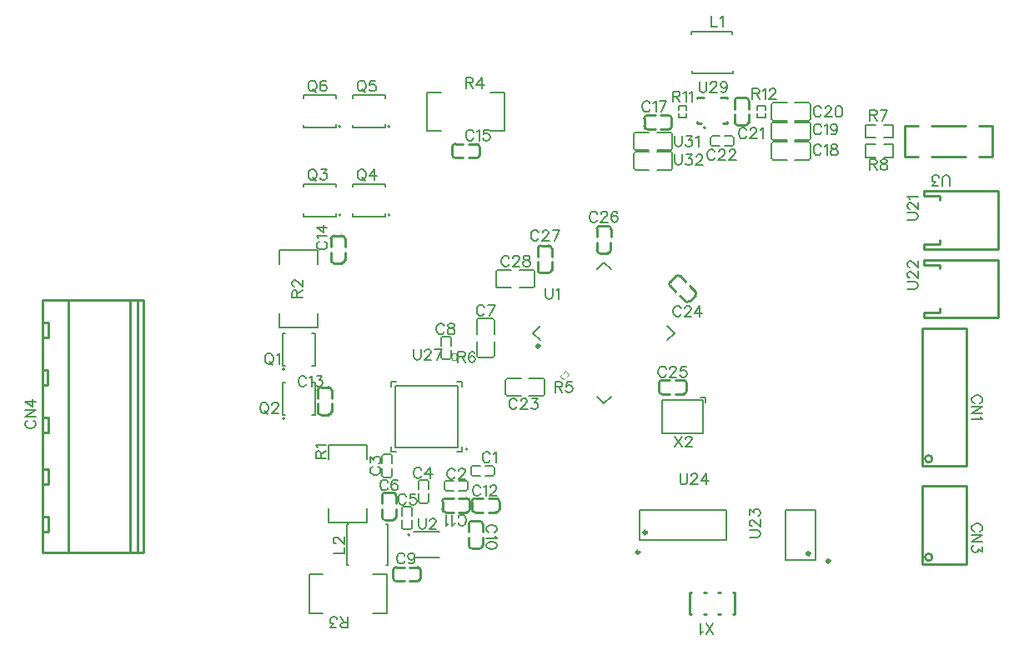
<source format=gto>
G04 Layer: TopSilkscreenLayer*
G04 EasyEDA v6.5.51, 2025-11-04 20:26:23*
G04 623bb76df6fb496f828c8c95ac90ab9a,07aaf3ec58ed4e568cacc845e37e2e79,10*
G04 Gerber Generator version 0.2*
G04 Scale: 100 percent, Rotated: No, Reflected: No *
G04 Dimensions in millimeters *
G04 leading zeros omitted , absolute positions ,4 integer and 5 decimal *
%FSLAX45Y45*%
%MOMM*%

%ADD10C,0.1524*%
%ADD11C,0.2540*%
%ADD12C,0.1500*%
%ADD13C,0.1520*%
%ADD14C,0.0800*%
%ADD15C,0.2000*%
%ADD16C,0.3000*%
%ADD17C,0.0170*%

%LPD*%
D10*
X150291Y2361463D02*
G01*
X139877Y2356129D01*
X129463Y2345715D01*
X124383Y2335555D01*
X124383Y2314727D01*
X129463Y2304313D01*
X139877Y2293899D01*
X150291Y2288565D01*
X166039Y2283485D01*
X191947Y2283485D01*
X207441Y2288565D01*
X217855Y2293899D01*
X228269Y2304313D01*
X233349Y2314727D01*
X233349Y2335555D01*
X228269Y2345715D01*
X217855Y2356129D01*
X207441Y2361463D01*
X124383Y2395753D02*
G01*
X233349Y2395753D01*
X124383Y2395753D02*
G01*
X233349Y2468397D01*
X124383Y2468397D02*
G01*
X233349Y2468397D01*
X124383Y2554757D02*
G01*
X197027Y2502687D01*
X197027Y2580665D01*
X124383Y2554757D02*
G01*
X233349Y2554757D01*
X4847968Y2015604D02*
G01*
X4842634Y2026018D01*
X4832220Y2036432D01*
X4822060Y2041512D01*
X4801232Y2041512D01*
X4790818Y2036432D01*
X4780404Y2026018D01*
X4775070Y2015604D01*
X4769990Y1999856D01*
X4769990Y1973948D01*
X4775070Y1958454D01*
X4780404Y1948040D01*
X4790818Y1937626D01*
X4801232Y1932546D01*
X4822060Y1932546D01*
X4832220Y1937626D01*
X4842634Y1948040D01*
X4847968Y1958454D01*
X4882258Y2020684D02*
G01*
X4892672Y2026018D01*
X4908166Y2041512D01*
X4908166Y1932546D01*
X4487969Y1849404D02*
G01*
X4482635Y1859818D01*
X4472221Y1870232D01*
X4462061Y1875312D01*
X4441233Y1875312D01*
X4430819Y1870232D01*
X4420405Y1859818D01*
X4415071Y1849404D01*
X4409991Y1833656D01*
X4409991Y1807748D01*
X4415071Y1792254D01*
X4420405Y1781840D01*
X4430819Y1771426D01*
X4441233Y1766346D01*
X4462061Y1766346D01*
X4472221Y1771426D01*
X4482635Y1781840D01*
X4487969Y1792254D01*
X4527339Y1849404D02*
G01*
X4527339Y1854484D01*
X4532673Y1864898D01*
X4537753Y1870232D01*
X4548167Y1875312D01*
X4568995Y1875312D01*
X4579409Y1870232D01*
X4584489Y1864898D01*
X4589823Y1854484D01*
X4589823Y1844070D01*
X4584489Y1833656D01*
X4574075Y1818162D01*
X4522259Y1766346D01*
X4594903Y1766346D01*
X3650587Y1887966D02*
G01*
X3640173Y1882632D01*
X3629759Y1872218D01*
X3624679Y1862058D01*
X3624679Y1841230D01*
X3629759Y1830816D01*
X3640173Y1820402D01*
X3650587Y1815068D01*
X3666335Y1809988D01*
X3692243Y1809988D01*
X3707737Y1815068D01*
X3718151Y1820402D01*
X3728565Y1830816D01*
X3733645Y1841230D01*
X3733645Y1862058D01*
X3728565Y1872218D01*
X3718151Y1882632D01*
X3707737Y1887966D01*
X3624679Y1932670D02*
G01*
X3624679Y1989820D01*
X3666335Y1958578D01*
X3666335Y1974072D01*
X3671415Y1984486D01*
X3676495Y1989820D01*
X3692243Y1994900D01*
X3702657Y1994900D01*
X3718151Y1989820D01*
X3728565Y1979406D01*
X3733645Y1963658D01*
X3733645Y1948164D01*
X3728565Y1932670D01*
X3723485Y1927336D01*
X3713071Y1922256D01*
X4147962Y1859399D02*
G01*
X4142628Y1869813D01*
X4132214Y1880227D01*
X4122054Y1885307D01*
X4101226Y1885307D01*
X4090812Y1880227D01*
X4080398Y1869813D01*
X4075064Y1859399D01*
X4069984Y1843651D01*
X4069984Y1817743D01*
X4075064Y1802249D01*
X4080398Y1791835D01*
X4090812Y1781421D01*
X4101226Y1776341D01*
X4122054Y1776341D01*
X4132214Y1781421D01*
X4142628Y1791835D01*
X4147962Y1802249D01*
X4234068Y1885307D02*
G01*
X4182252Y1812663D01*
X4260230Y1812663D01*
X4234068Y1885307D02*
G01*
X4234068Y1776341D01*
X3992963Y1589402D02*
G01*
X3987629Y1599816D01*
X3977215Y1610230D01*
X3967055Y1615310D01*
X3946227Y1615310D01*
X3935813Y1610230D01*
X3925399Y1599816D01*
X3920065Y1589402D01*
X3914985Y1573654D01*
X3914985Y1547746D01*
X3920065Y1532252D01*
X3925399Y1521838D01*
X3935813Y1511424D01*
X3946227Y1506344D01*
X3967055Y1506344D01*
X3977215Y1511424D01*
X3987629Y1521838D01*
X3992963Y1532252D01*
X4089483Y1615310D02*
G01*
X4037667Y1615310D01*
X4032333Y1568574D01*
X4037667Y1573654D01*
X4053161Y1578988D01*
X4068655Y1578988D01*
X4084403Y1573654D01*
X4094817Y1563494D01*
X4099897Y1547746D01*
X4099897Y1537332D01*
X4094817Y1521838D01*
X4084403Y1511424D01*
X4068655Y1506344D01*
X4053161Y1506344D01*
X4037667Y1511424D01*
X4032333Y1516504D01*
X4027253Y1526918D01*
X4377969Y3319401D02*
G01*
X4372635Y3329815D01*
X4362221Y3340229D01*
X4352061Y3345309D01*
X4331233Y3345309D01*
X4320819Y3340229D01*
X4310405Y3329815D01*
X4305071Y3319401D01*
X4299991Y3303653D01*
X4299991Y3277745D01*
X4305071Y3262251D01*
X4310405Y3251837D01*
X4320819Y3241423D01*
X4331233Y3236343D01*
X4352061Y3236343D01*
X4362221Y3241423D01*
X4372635Y3251837D01*
X4377969Y3262251D01*
X4438167Y3345309D02*
G01*
X4422673Y3340229D01*
X4417339Y3329815D01*
X4417339Y3319401D01*
X4422673Y3308987D01*
X4433087Y3303653D01*
X4453661Y3298573D01*
X4469409Y3293493D01*
X4479823Y3283079D01*
X4484903Y3272665D01*
X4484903Y3256917D01*
X4479823Y3246503D01*
X4474489Y3241423D01*
X4458995Y3236343D01*
X4438167Y3236343D01*
X4422673Y3241423D01*
X4417339Y3246503D01*
X4412259Y3256917D01*
X4412259Y3272665D01*
X4417339Y3283079D01*
X4427753Y3293493D01*
X4443501Y3298573D01*
X4464075Y3303653D01*
X4474489Y3308987D01*
X4479823Y3319401D01*
X4479823Y3329815D01*
X4474489Y3340229D01*
X4458995Y3345309D01*
X4438167Y3345309D01*
X3807970Y1734403D02*
G01*
X3802636Y1744817D01*
X3792222Y1755231D01*
X3782062Y1760311D01*
X3761234Y1760311D01*
X3750820Y1755231D01*
X3740406Y1744817D01*
X3735072Y1734403D01*
X3729992Y1718655D01*
X3729992Y1692747D01*
X3735072Y1677253D01*
X3740406Y1666839D01*
X3750820Y1656425D01*
X3761234Y1651345D01*
X3782062Y1651345D01*
X3792222Y1656425D01*
X3802636Y1666839D01*
X3807970Y1677253D01*
X3904490Y1744817D02*
G01*
X3899410Y1755231D01*
X3883662Y1760311D01*
X3873502Y1760311D01*
X3857754Y1755231D01*
X3847340Y1739483D01*
X3842260Y1713575D01*
X3842260Y1687667D01*
X3847340Y1666839D01*
X3857754Y1656425D01*
X3873502Y1651345D01*
X3878582Y1651345D01*
X3894076Y1656425D01*
X3904490Y1666839D01*
X3909824Y1682333D01*
X3909824Y1687667D01*
X3904490Y1703161D01*
X3894076Y1713575D01*
X3878582Y1718655D01*
X3873502Y1718655D01*
X3857754Y1713575D01*
X3847340Y1703161D01*
X3842260Y1687667D01*
X3977962Y989406D02*
G01*
X3972628Y999820D01*
X3962214Y1010234D01*
X3952054Y1015314D01*
X3931226Y1015314D01*
X3920812Y1010234D01*
X3910398Y999820D01*
X3905064Y989406D01*
X3899984Y973658D01*
X3899984Y947750D01*
X3905064Y932256D01*
X3910398Y921842D01*
X3920812Y911428D01*
X3931226Y906348D01*
X3952054Y906348D01*
X3962214Y911428D01*
X3972628Y921842D01*
X3977962Y932256D01*
X4079816Y978992D02*
G01*
X4074482Y963498D01*
X4064068Y953084D01*
X4048574Y947750D01*
X4043494Y947750D01*
X4027746Y953084D01*
X4017332Y963498D01*
X4012252Y978992D01*
X4012252Y984072D01*
X4017332Y999820D01*
X4027746Y1010234D01*
X4043494Y1015314D01*
X4048574Y1015314D01*
X4064068Y1010234D01*
X4074482Y999820D01*
X4079816Y978992D01*
X4079816Y953084D01*
X4074482Y926922D01*
X4064068Y911428D01*
X4048574Y906348D01*
X4038160Y906348D01*
X4022666Y911428D01*
X4017332Y921842D01*
X4889398Y1222019D02*
G01*
X4899812Y1227353D01*
X4910226Y1237767D01*
X4915306Y1247927D01*
X4915306Y1268755D01*
X4910226Y1279169D01*
X4899812Y1289583D01*
X4889398Y1294917D01*
X4873650Y1299997D01*
X4847742Y1299997D01*
X4832248Y1294917D01*
X4821834Y1289583D01*
X4811420Y1279169D01*
X4806340Y1268755D01*
X4806340Y1247927D01*
X4811420Y1237767D01*
X4821834Y1227353D01*
X4832248Y1222019D01*
X4894478Y1187729D02*
G01*
X4899812Y1177315D01*
X4915306Y1161821D01*
X4806340Y1161821D01*
X4915306Y1096289D02*
G01*
X4910226Y1112037D01*
X4894478Y1122197D01*
X4868570Y1127531D01*
X4853076Y1127531D01*
X4826914Y1122197D01*
X4811420Y1112037D01*
X4806340Y1096289D01*
X4806340Y1085875D01*
X4811420Y1070381D01*
X4826914Y1059967D01*
X4853076Y1054887D01*
X4868570Y1054887D01*
X4894478Y1059967D01*
X4910226Y1070381D01*
X4915306Y1085875D01*
X4915306Y1096289D01*
X4522012Y1320589D02*
G01*
X4527346Y1310175D01*
X4537760Y1299761D01*
X4547920Y1294681D01*
X4568748Y1294681D01*
X4579162Y1299761D01*
X4589576Y1310175D01*
X4594910Y1320589D01*
X4599990Y1336337D01*
X4599990Y1362245D01*
X4594910Y1377739D01*
X4589576Y1388153D01*
X4579162Y1398567D01*
X4568748Y1403647D01*
X4547920Y1403647D01*
X4537760Y1398567D01*
X4527346Y1388153D01*
X4522012Y1377739D01*
X4487722Y1315509D02*
G01*
X4477308Y1310175D01*
X4461814Y1294681D01*
X4461814Y1403647D01*
X4427524Y1315509D02*
G01*
X4417110Y1310175D01*
X4401616Y1294681D01*
X4401616Y1403647D01*
X4747968Y1679404D02*
G01*
X4742634Y1689818D01*
X4732220Y1700232D01*
X4722060Y1705312D01*
X4701232Y1705312D01*
X4690818Y1700232D01*
X4680404Y1689818D01*
X4675070Y1679404D01*
X4669990Y1663656D01*
X4669990Y1637748D01*
X4675070Y1622254D01*
X4680404Y1611840D01*
X4690818Y1601426D01*
X4701232Y1596346D01*
X4722060Y1596346D01*
X4732220Y1601426D01*
X4742634Y1611840D01*
X4747968Y1622254D01*
X4782258Y1684484D02*
G01*
X4792672Y1689818D01*
X4808166Y1705312D01*
X4808166Y1596346D01*
X4847790Y1679404D02*
G01*
X4847790Y1684484D01*
X4852870Y1694898D01*
X4857950Y1700232D01*
X4868364Y1705312D01*
X4889192Y1705312D01*
X4899606Y1700232D01*
X4904940Y1694898D01*
X4910020Y1684484D01*
X4910020Y1674070D01*
X4904940Y1663656D01*
X4894526Y1648162D01*
X4842456Y1596346D01*
X4915100Y1596346D01*
X6467965Y5579397D02*
G01*
X6462631Y5589811D01*
X6452217Y5600225D01*
X6442057Y5605305D01*
X6421229Y5605305D01*
X6410815Y5600225D01*
X6400401Y5589811D01*
X6395067Y5579397D01*
X6389987Y5563649D01*
X6389987Y5537741D01*
X6395067Y5522247D01*
X6400401Y5511833D01*
X6410815Y5501419D01*
X6421229Y5496339D01*
X6442057Y5496339D01*
X6452217Y5501419D01*
X6462631Y5511833D01*
X6467965Y5522247D01*
X6502255Y5584477D02*
G01*
X6512669Y5589811D01*
X6528163Y5605305D01*
X6528163Y5496339D01*
X6635097Y5605305D02*
G01*
X6583281Y5496339D01*
X6562453Y5605305D02*
G01*
X6635097Y5605305D01*
X7447963Y5309397D02*
G01*
X7442629Y5319811D01*
X7432215Y5330225D01*
X7422055Y5335305D01*
X7401227Y5335305D01*
X7390813Y5330225D01*
X7380399Y5319811D01*
X7375065Y5309397D01*
X7369985Y5293649D01*
X7369985Y5267741D01*
X7375065Y5252247D01*
X7380399Y5241833D01*
X7390813Y5231419D01*
X7401227Y5226339D01*
X7422055Y5226339D01*
X7432215Y5231419D01*
X7442629Y5241833D01*
X7447963Y5252247D01*
X7487333Y5309397D02*
G01*
X7487333Y5314477D01*
X7492667Y5324891D01*
X7497747Y5330225D01*
X7508161Y5335305D01*
X7528989Y5335305D01*
X7539403Y5330225D01*
X7544483Y5324891D01*
X7549817Y5314477D01*
X7549817Y5304063D01*
X7544483Y5293649D01*
X7534069Y5278155D01*
X7482253Y5226339D01*
X7554897Y5226339D01*
X7589187Y5314477D02*
G01*
X7599601Y5319811D01*
X7615095Y5335305D01*
X7615095Y5226339D01*
X4787963Y3509401D02*
G01*
X4782629Y3519815D01*
X4772215Y3530229D01*
X4762055Y3535309D01*
X4741227Y3535309D01*
X4730813Y3530229D01*
X4720399Y3519815D01*
X4715065Y3509401D01*
X4709985Y3493653D01*
X4709985Y3467745D01*
X4715065Y3452251D01*
X4720399Y3441837D01*
X4730813Y3431423D01*
X4741227Y3426343D01*
X4762055Y3426343D01*
X4772215Y3431423D01*
X4782629Y3441837D01*
X4787963Y3452251D01*
X4894897Y3535309D02*
G01*
X4843081Y3426343D01*
X4822253Y3535309D02*
G01*
X4894897Y3535309D01*
X8207961Y5139397D02*
G01*
X8202627Y5149811D01*
X8192213Y5160225D01*
X8182053Y5165305D01*
X8161225Y5165305D01*
X8150811Y5160225D01*
X8140397Y5149811D01*
X8135063Y5139397D01*
X8129983Y5123649D01*
X8129983Y5097741D01*
X8135063Y5082247D01*
X8140397Y5071833D01*
X8150811Y5061419D01*
X8161225Y5056339D01*
X8182053Y5056339D01*
X8192213Y5061419D01*
X8202627Y5071833D01*
X8207961Y5082247D01*
X8242251Y5144477D02*
G01*
X8252665Y5149811D01*
X8268159Y5165305D01*
X8268159Y5056339D01*
X8328357Y5165305D02*
G01*
X8312863Y5160225D01*
X8307783Y5149811D01*
X8307783Y5139397D01*
X8312863Y5128983D01*
X8323277Y5123649D01*
X8344105Y5118569D01*
X8359599Y5113489D01*
X8370013Y5103075D01*
X8375093Y5092661D01*
X8375093Y5076913D01*
X8370013Y5066499D01*
X8364933Y5061419D01*
X8349185Y5056339D01*
X8328357Y5056339D01*
X8312863Y5061419D01*
X8307783Y5066499D01*
X8302449Y5076913D01*
X8302449Y5092661D01*
X8307783Y5103075D01*
X8317943Y5113489D01*
X8333691Y5118569D01*
X8354519Y5123649D01*
X8364933Y5128983D01*
X8370013Y5139397D01*
X8370013Y5149811D01*
X8364933Y5160225D01*
X8349185Y5165305D01*
X8328357Y5165305D01*
X8207961Y5349397D02*
G01*
X8202627Y5359811D01*
X8192213Y5370225D01*
X8182053Y5375305D01*
X8161225Y5375305D01*
X8150811Y5370225D01*
X8140397Y5359811D01*
X8135063Y5349397D01*
X8129983Y5333649D01*
X8129983Y5307741D01*
X8135063Y5292247D01*
X8140397Y5281833D01*
X8150811Y5271419D01*
X8161225Y5266339D01*
X8182053Y5266339D01*
X8192213Y5271419D01*
X8202627Y5281833D01*
X8207961Y5292247D01*
X8242251Y5354477D02*
G01*
X8252665Y5359811D01*
X8268159Y5375305D01*
X8268159Y5266339D01*
X8370013Y5338983D02*
G01*
X8364933Y5323489D01*
X8354519Y5313075D01*
X8338771Y5307741D01*
X8333691Y5307741D01*
X8317943Y5313075D01*
X8307783Y5323489D01*
X8302449Y5338983D01*
X8302449Y5344063D01*
X8307783Y5359811D01*
X8317943Y5370225D01*
X8333691Y5375305D01*
X8338771Y5375305D01*
X8354519Y5370225D01*
X8364933Y5359811D01*
X8370013Y5338983D01*
X8370013Y5313075D01*
X8364933Y5286913D01*
X8354519Y5271419D01*
X8338771Y5266339D01*
X8328357Y5266339D01*
X8312863Y5271419D01*
X8307783Y5281833D01*
X8207961Y5529397D02*
G01*
X8202627Y5539811D01*
X8192213Y5550225D01*
X8182053Y5555305D01*
X8161225Y5555305D01*
X8150811Y5550225D01*
X8140397Y5539811D01*
X8135063Y5529397D01*
X8129983Y5513649D01*
X8129983Y5487741D01*
X8135063Y5472247D01*
X8140397Y5461833D01*
X8150811Y5451419D01*
X8161225Y5446339D01*
X8182053Y5446339D01*
X8192213Y5451419D01*
X8202627Y5461833D01*
X8207961Y5472247D01*
X8247331Y5529397D02*
G01*
X8247331Y5534477D01*
X8252665Y5544891D01*
X8257745Y5550225D01*
X8268159Y5555305D01*
X8288987Y5555305D01*
X8299401Y5550225D01*
X8304481Y5544891D01*
X8309815Y5534477D01*
X8309815Y5524063D01*
X8304481Y5513649D01*
X8294067Y5498155D01*
X8242251Y5446339D01*
X8314895Y5446339D01*
X8380427Y5555305D02*
G01*
X8364933Y5550225D01*
X8354519Y5534477D01*
X8349185Y5508569D01*
X8349185Y5493075D01*
X8354519Y5466913D01*
X8364933Y5451419D01*
X8380427Y5446339D01*
X8390841Y5446339D01*
X8406335Y5451419D01*
X8416749Y5466913D01*
X8422083Y5493075D01*
X8422083Y5508569D01*
X8416749Y5534477D01*
X8406335Y5550225D01*
X8390841Y5555305D01*
X8380427Y5555305D01*
X5117967Y2559403D02*
G01*
X5112633Y2569817D01*
X5102219Y2580231D01*
X5092059Y2585311D01*
X5071231Y2585311D01*
X5060817Y2580231D01*
X5050403Y2569817D01*
X5045069Y2559403D01*
X5039989Y2543655D01*
X5039989Y2517747D01*
X5045069Y2502253D01*
X5050403Y2491839D01*
X5060817Y2481425D01*
X5071231Y2476345D01*
X5092059Y2476345D01*
X5102219Y2481425D01*
X5112633Y2491839D01*
X5117967Y2502253D01*
X5157337Y2559403D02*
G01*
X5157337Y2564483D01*
X5162671Y2574897D01*
X5167751Y2580231D01*
X5178165Y2585311D01*
X5198993Y2585311D01*
X5209407Y2580231D01*
X5214487Y2574897D01*
X5219821Y2564483D01*
X5219821Y2554069D01*
X5214487Y2543655D01*
X5204073Y2528161D01*
X5152257Y2476345D01*
X5224901Y2476345D01*
X5269605Y2585311D02*
G01*
X5326755Y2585311D01*
X5295513Y2543655D01*
X5311261Y2543655D01*
X5321675Y2538575D01*
X5326755Y2533495D01*
X5332089Y2517747D01*
X5332089Y2507333D01*
X5326755Y2491839D01*
X5316341Y2481425D01*
X5300847Y2476345D01*
X5285099Y2476345D01*
X5269605Y2481425D01*
X5264525Y2486505D01*
X5259191Y2496919D01*
X5037968Y4009400D02*
G01*
X5032634Y4019814D01*
X5022220Y4030228D01*
X5012060Y4035308D01*
X4991232Y4035308D01*
X4980818Y4030228D01*
X4970404Y4019814D01*
X4965070Y4009400D01*
X4959990Y3993652D01*
X4959990Y3967744D01*
X4965070Y3952250D01*
X4970404Y3941836D01*
X4980818Y3931422D01*
X4991232Y3926342D01*
X5012060Y3926342D01*
X5022220Y3931422D01*
X5032634Y3941836D01*
X5037968Y3952250D01*
X5077338Y4009400D02*
G01*
X5077338Y4014480D01*
X5082672Y4024894D01*
X5087752Y4030228D01*
X5098166Y4035308D01*
X5118994Y4035308D01*
X5129408Y4030228D01*
X5134488Y4024894D01*
X5139822Y4014480D01*
X5139822Y4004066D01*
X5134488Y3993652D01*
X5124074Y3978158D01*
X5072258Y3926342D01*
X5144902Y3926342D01*
X5205100Y4035308D02*
G01*
X5189606Y4030228D01*
X5184526Y4019814D01*
X5184526Y4009400D01*
X5189606Y3998986D01*
X5200020Y3993652D01*
X5220848Y3988572D01*
X5236342Y3983492D01*
X5246756Y3973078D01*
X5252090Y3962664D01*
X5252090Y3946916D01*
X5246756Y3936502D01*
X5241676Y3931422D01*
X5225928Y3926342D01*
X5205100Y3926342D01*
X5189606Y3931422D01*
X5184526Y3936502D01*
X5179192Y3946916D01*
X5179192Y3962664D01*
X5184526Y3973078D01*
X5194940Y3983492D01*
X5210434Y3988572D01*
X5231262Y3993652D01*
X5241676Y3998986D01*
X5246756Y4009400D01*
X5246756Y4019814D01*
X5241676Y4030228D01*
X5225928Y4035308D01*
X5205100Y4035308D01*
X6719986Y5255305D02*
G01*
X6719986Y5177327D01*
X6725066Y5161833D01*
X6735480Y5151419D01*
X6751228Y5146339D01*
X6761642Y5146339D01*
X6777136Y5151419D01*
X6787550Y5161833D01*
X6792630Y5177327D01*
X6792630Y5255305D01*
X6837334Y5255305D02*
G01*
X6894484Y5255305D01*
X6863496Y5213649D01*
X6878990Y5213649D01*
X6889404Y5208569D01*
X6894484Y5203489D01*
X6899818Y5187741D01*
X6899818Y5177327D01*
X6894484Y5161833D01*
X6884070Y5151419D01*
X6868576Y5146339D01*
X6853082Y5146339D01*
X6837334Y5151419D01*
X6832254Y5156499D01*
X6826920Y5166913D01*
X6934108Y5234477D02*
G01*
X6944522Y5239811D01*
X6960016Y5255305D01*
X6960016Y5146339D01*
X6719986Y5065306D02*
G01*
X6719986Y4987328D01*
X6725066Y4971834D01*
X6735480Y4961420D01*
X6751228Y4956340D01*
X6761642Y4956340D01*
X6777136Y4961420D01*
X6787550Y4971834D01*
X6792630Y4987328D01*
X6792630Y5065306D01*
X6837334Y5065306D02*
G01*
X6894484Y5065306D01*
X6863496Y5023650D01*
X6878990Y5023650D01*
X6889404Y5018570D01*
X6894484Y5013490D01*
X6899818Y4997742D01*
X6899818Y4987328D01*
X6894484Y4971834D01*
X6884070Y4961420D01*
X6868576Y4956340D01*
X6853082Y4956340D01*
X6837334Y4961420D01*
X6832254Y4966500D01*
X6826920Y4976914D01*
X6939188Y5039398D02*
G01*
X6939188Y5044478D01*
X6944522Y5054892D01*
X6949602Y5060226D01*
X6960016Y5065306D01*
X6980844Y5065306D01*
X6991258Y5060226D01*
X6996338Y5054892D01*
X7001672Y5044478D01*
X7001672Y5034064D01*
X6996338Y5023650D01*
X6985924Y5008156D01*
X6934108Y4956340D01*
X7006752Y4956340D01*
X2977964Y2789397D02*
G01*
X2972630Y2799811D01*
X2962216Y2810225D01*
X2952056Y2815305D01*
X2931228Y2815305D01*
X2920814Y2810225D01*
X2910400Y2799811D01*
X2905066Y2789397D01*
X2899986Y2773649D01*
X2899986Y2747741D01*
X2905066Y2732247D01*
X2910400Y2721833D01*
X2920814Y2711419D01*
X2931228Y2706339D01*
X2952056Y2706339D01*
X2962216Y2711419D01*
X2972630Y2721833D01*
X2977964Y2732247D01*
X3012254Y2794477D02*
G01*
X3022668Y2799811D01*
X3038162Y2815305D01*
X3038162Y2706339D01*
X3082866Y2815305D02*
G01*
X3140016Y2815305D01*
X3108774Y2773649D01*
X3124522Y2773649D01*
X3134936Y2768569D01*
X3140016Y2763489D01*
X3145096Y2747741D01*
X3145096Y2737327D01*
X3140016Y2721833D01*
X3129602Y2711419D01*
X3114108Y2706339D01*
X3098360Y2706339D01*
X3082866Y2711419D01*
X3077786Y2716499D01*
X3072452Y2726913D01*
X3108985Y4177969D02*
G01*
X3098571Y4172635D01*
X3088157Y4162221D01*
X3083077Y4152061D01*
X3083077Y4131233D01*
X3088157Y4120819D01*
X3098571Y4110405D01*
X3108985Y4105071D01*
X3124733Y4099991D01*
X3150641Y4099991D01*
X3166135Y4105071D01*
X3176549Y4110405D01*
X3186963Y4120819D01*
X3192043Y4131233D01*
X3192043Y4152061D01*
X3186963Y4162221D01*
X3176549Y4172635D01*
X3166135Y4177969D01*
X3103905Y4212259D02*
G01*
X3098571Y4222673D01*
X3083077Y4238167D01*
X3192043Y4238167D01*
X3083077Y4324527D02*
G01*
X3155721Y4272457D01*
X3155721Y4350435D01*
X3083077Y4324527D02*
G01*
X3192043Y4324527D01*
X4677968Y5289397D02*
G01*
X4672634Y5299811D01*
X4662220Y5310225D01*
X4652060Y5315305D01*
X4631232Y5315305D01*
X4620818Y5310225D01*
X4610404Y5299811D01*
X4605070Y5289397D01*
X4599990Y5273649D01*
X4599990Y5247741D01*
X4605070Y5232247D01*
X4610404Y5221833D01*
X4620818Y5211419D01*
X4631232Y5206339D01*
X4652060Y5206339D01*
X4662220Y5211419D01*
X4672634Y5221833D01*
X4677968Y5232247D01*
X4712258Y5294477D02*
G01*
X4722672Y5299811D01*
X4738166Y5315305D01*
X4738166Y5206339D01*
X4834940Y5315305D02*
G01*
X4782870Y5315305D01*
X4777790Y5268569D01*
X4782870Y5273649D01*
X4798364Y5278983D01*
X4814112Y5278983D01*
X4829606Y5273649D01*
X4840020Y5263489D01*
X4845100Y5247741D01*
X4845100Y5237327D01*
X4840020Y5221833D01*
X4829606Y5211419D01*
X4814112Y5206339D01*
X4798364Y5206339D01*
X4782870Y5211419D01*
X4777790Y5216499D01*
X4772456Y5226913D01*
X6782953Y3499401D02*
G01*
X6777619Y3509815D01*
X6767205Y3520229D01*
X6757045Y3525309D01*
X6736217Y3525309D01*
X6725803Y3520229D01*
X6715389Y3509815D01*
X6710055Y3499401D01*
X6704975Y3483653D01*
X6704975Y3457745D01*
X6710055Y3442251D01*
X6715389Y3431837D01*
X6725803Y3421423D01*
X6736217Y3416343D01*
X6757045Y3416343D01*
X6767205Y3421423D01*
X6777619Y3431837D01*
X6782953Y3442251D01*
X6822323Y3499401D02*
G01*
X6822323Y3504481D01*
X6827657Y3514895D01*
X6832737Y3520229D01*
X6843151Y3525309D01*
X6863979Y3525309D01*
X6874393Y3520229D01*
X6879473Y3514895D01*
X6884807Y3504481D01*
X6884807Y3494067D01*
X6879473Y3483653D01*
X6869059Y3468159D01*
X6817243Y3416343D01*
X6889887Y3416343D01*
X6976247Y3525309D02*
G01*
X6924177Y3452665D01*
X7002155Y3452665D01*
X6976247Y3525309D02*
G01*
X6976247Y3416343D01*
X6631162Y2885003D02*
G01*
X6625828Y2895417D01*
X6615414Y2905831D01*
X6605254Y2910911D01*
X6584426Y2910911D01*
X6574012Y2905831D01*
X6563598Y2895417D01*
X6558264Y2885003D01*
X6553184Y2869255D01*
X6553184Y2843347D01*
X6558264Y2827853D01*
X6563598Y2817439D01*
X6574012Y2807025D01*
X6584426Y2801945D01*
X6605254Y2801945D01*
X6615414Y2807025D01*
X6625828Y2817439D01*
X6631162Y2827853D01*
X6670532Y2885003D02*
G01*
X6670532Y2890083D01*
X6675866Y2900497D01*
X6680946Y2905831D01*
X6691360Y2910911D01*
X6712188Y2910911D01*
X6722602Y2905831D01*
X6727682Y2900497D01*
X6733016Y2890083D01*
X6733016Y2879669D01*
X6727682Y2869255D01*
X6717268Y2853761D01*
X6665452Y2801945D01*
X6738096Y2801945D01*
X6834870Y2910911D02*
G01*
X6782800Y2910911D01*
X6777720Y2864175D01*
X6782800Y2869255D01*
X6798294Y2874589D01*
X6814042Y2874589D01*
X6829536Y2869255D01*
X6839950Y2859095D01*
X6845284Y2843347D01*
X6845284Y2832933D01*
X6839950Y2817439D01*
X6829536Y2807025D01*
X6814042Y2801945D01*
X6798294Y2801945D01*
X6782800Y2807025D01*
X6777720Y2812105D01*
X6772386Y2822519D01*
X5932977Y4459391D02*
G01*
X5927643Y4469805D01*
X5917229Y4480219D01*
X5907069Y4485299D01*
X5886241Y4485299D01*
X5875827Y4480219D01*
X5865413Y4469805D01*
X5860079Y4459391D01*
X5854999Y4443643D01*
X5854999Y4417735D01*
X5860079Y4402241D01*
X5865413Y4391827D01*
X5875827Y4381413D01*
X5886241Y4376333D01*
X5907069Y4376333D01*
X5917229Y4381413D01*
X5927643Y4391827D01*
X5932977Y4402241D01*
X5972347Y4459391D02*
G01*
X5972347Y4464471D01*
X5977681Y4474885D01*
X5982761Y4480219D01*
X5993175Y4485299D01*
X6014003Y4485299D01*
X6024417Y4480219D01*
X6029497Y4474885D01*
X6034831Y4464471D01*
X6034831Y4454057D01*
X6029497Y4443643D01*
X6019083Y4428149D01*
X5967267Y4376333D01*
X6039911Y4376333D01*
X6136685Y4469805D02*
G01*
X6131351Y4480219D01*
X6115857Y4485299D01*
X6105443Y4485299D01*
X6089949Y4480219D01*
X6079535Y4464471D01*
X6074201Y4438563D01*
X6074201Y4412655D01*
X6079535Y4391827D01*
X6089949Y4381413D01*
X6105443Y4376333D01*
X6110523Y4376333D01*
X6126271Y4381413D01*
X6136685Y4391827D01*
X6141765Y4407321D01*
X6141765Y4412655D01*
X6136685Y4428149D01*
X6126271Y4438563D01*
X6110523Y4443643D01*
X6105443Y4443643D01*
X6089949Y4438563D01*
X6079535Y4428149D01*
X6074201Y4412655D01*
X5337967Y4269399D02*
G01*
X5332633Y4279813D01*
X5322219Y4290227D01*
X5312059Y4295307D01*
X5291231Y4295307D01*
X5280817Y4290227D01*
X5270403Y4279813D01*
X5265069Y4269399D01*
X5259989Y4253651D01*
X5259989Y4227743D01*
X5265069Y4212249D01*
X5270403Y4201835D01*
X5280817Y4191421D01*
X5291231Y4186341D01*
X5312059Y4186341D01*
X5322219Y4191421D01*
X5332633Y4201835D01*
X5337967Y4212249D01*
X5377337Y4269399D02*
G01*
X5377337Y4274479D01*
X5382671Y4284893D01*
X5387751Y4290227D01*
X5398165Y4295307D01*
X5418993Y4295307D01*
X5429407Y4290227D01*
X5434487Y4284893D01*
X5439821Y4274479D01*
X5439821Y4264065D01*
X5434487Y4253651D01*
X5424073Y4238157D01*
X5372257Y4186341D01*
X5444901Y4186341D01*
X5552089Y4295307D02*
G01*
X5500019Y4186341D01*
X5479191Y4295307D02*
G01*
X5552089Y4295307D01*
X7127963Y5089397D02*
G01*
X7122629Y5099812D01*
X7112215Y5110226D01*
X7102055Y5115305D01*
X7081227Y5115305D01*
X7070813Y5110226D01*
X7060399Y5099812D01*
X7055065Y5089397D01*
X7049985Y5073650D01*
X7049985Y5047742D01*
X7055065Y5032247D01*
X7060399Y5021834D01*
X7070813Y5011420D01*
X7081227Y5006339D01*
X7102055Y5006339D01*
X7112215Y5011420D01*
X7122629Y5021834D01*
X7127963Y5032247D01*
X7167333Y5089397D02*
G01*
X7167333Y5094478D01*
X7172667Y5104892D01*
X7177747Y5110226D01*
X7188161Y5115305D01*
X7208989Y5115305D01*
X7219403Y5110226D01*
X7224483Y5104892D01*
X7229817Y5094478D01*
X7229817Y5084063D01*
X7224483Y5073650D01*
X7214069Y5058155D01*
X7162253Y5006339D01*
X7234897Y5006339D01*
X7274521Y5089397D02*
G01*
X7274521Y5094478D01*
X7279601Y5104892D01*
X7284935Y5110226D01*
X7295095Y5115305D01*
X7315923Y5115305D01*
X7326337Y5110226D01*
X7331671Y5104892D01*
X7336751Y5094478D01*
X7336751Y5084063D01*
X7331671Y5073650D01*
X7321257Y5058155D01*
X7269187Y5006339D01*
X7342085Y5006339D01*
X9819589Y2539517D02*
G01*
X9830003Y2544851D01*
X9840417Y2555265D01*
X9845497Y2565425D01*
X9845497Y2586253D01*
X9840417Y2596667D01*
X9830003Y2607081D01*
X9819589Y2612415D01*
X9803841Y2617495D01*
X9777933Y2617495D01*
X9762439Y2612415D01*
X9752025Y2607081D01*
X9741611Y2596667D01*
X9736531Y2586253D01*
X9736531Y2565425D01*
X9741611Y2555265D01*
X9752025Y2544851D01*
X9762439Y2539517D01*
X9845497Y2505227D02*
G01*
X9736531Y2505227D01*
X9845497Y2505227D02*
G01*
X9736531Y2432583D01*
X9845497Y2432583D02*
G01*
X9736531Y2432583D01*
X9824669Y2398293D02*
G01*
X9830003Y2387879D01*
X9845497Y2372385D01*
X9736531Y2372385D01*
X9819589Y1234719D02*
G01*
X9830003Y1240053D01*
X9840417Y1250467D01*
X9845497Y1260627D01*
X9845497Y1281455D01*
X9840417Y1291869D01*
X9830003Y1302283D01*
X9819589Y1307617D01*
X9803841Y1312697D01*
X9777933Y1312697D01*
X9762439Y1307617D01*
X9752025Y1302283D01*
X9741611Y1291869D01*
X9736531Y1281455D01*
X9736531Y1260627D01*
X9741611Y1250467D01*
X9752025Y1240053D01*
X9762439Y1234719D01*
X9845497Y1200429D02*
G01*
X9736531Y1200429D01*
X9845497Y1200429D02*
G01*
X9736531Y1127785D01*
X9845497Y1127785D02*
G01*
X9736531Y1127785D01*
X9845497Y1083081D02*
G01*
X9845497Y1025931D01*
X9803841Y1057173D01*
X9803841Y1041425D01*
X9798761Y1031011D01*
X9793681Y1025931D01*
X9777933Y1020597D01*
X9767519Y1020597D01*
X9752025Y1025931D01*
X9741611Y1036345D01*
X9736531Y1051839D01*
X9736531Y1067587D01*
X9741611Y1083081D01*
X9746691Y1088161D01*
X9757105Y1093495D01*
X7087285Y6469303D02*
G01*
X7087285Y6360337D01*
X7087285Y6360337D02*
G01*
X7149515Y6360337D01*
X7183805Y6448475D02*
G01*
X7194219Y6453809D01*
X7209967Y6469303D01*
X7209967Y6360337D01*
X3254677Y1009972D02*
G01*
X3363643Y1009972D01*
X3363643Y1009972D02*
G01*
X3363643Y1072202D01*
X3280585Y1111826D02*
G01*
X3275505Y1111826D01*
X3265091Y1116906D01*
X3259757Y1122240D01*
X3254677Y1132654D01*
X3254677Y1153482D01*
X3259757Y1163642D01*
X3265091Y1168976D01*
X3275505Y1174056D01*
X3285919Y1174056D01*
X3296333Y1168976D01*
X3311827Y1158562D01*
X3363643Y1106492D01*
X3363643Y1179390D01*
X2591239Y3045310D02*
G01*
X2580825Y3040230D01*
X2570411Y3029816D01*
X2565077Y3019402D01*
X2559997Y3003654D01*
X2559997Y2977746D01*
X2565077Y2962252D01*
X2570411Y2951838D01*
X2580825Y2941424D01*
X2591239Y2936344D01*
X2612067Y2936344D01*
X2622227Y2941424D01*
X2632641Y2951838D01*
X2637975Y2962252D01*
X2643055Y2977746D01*
X2643055Y3003654D01*
X2637975Y3019402D01*
X2632641Y3029816D01*
X2622227Y3040230D01*
X2612067Y3045310D01*
X2591239Y3045310D01*
X2606733Y2956918D02*
G01*
X2637975Y2925930D01*
X2677345Y3024482D02*
G01*
X2687759Y3029816D01*
X2703507Y3045310D01*
X2703507Y2936344D01*
X2541239Y2545311D02*
G01*
X2530825Y2540231D01*
X2520411Y2529817D01*
X2515077Y2519403D01*
X2509997Y2503655D01*
X2509997Y2477747D01*
X2515077Y2462253D01*
X2520411Y2451839D01*
X2530825Y2441425D01*
X2541239Y2436345D01*
X2562067Y2436345D01*
X2572227Y2441425D01*
X2582641Y2451839D01*
X2587975Y2462253D01*
X2593055Y2477747D01*
X2593055Y2503655D01*
X2587975Y2519403D01*
X2582641Y2529817D01*
X2572227Y2540231D01*
X2562067Y2545311D01*
X2541239Y2545311D01*
X2556733Y2456919D02*
G01*
X2587975Y2425931D01*
X2632679Y2519403D02*
G01*
X2632679Y2524483D01*
X2637759Y2534897D01*
X2643093Y2540231D01*
X2653507Y2545311D01*
X2674081Y2545311D01*
X2684495Y2540231D01*
X2689829Y2534897D01*
X2694909Y2524483D01*
X2694909Y2514069D01*
X2689829Y2503655D01*
X2679415Y2488161D01*
X2627345Y2436345D01*
X2700243Y2436345D01*
X3031238Y4915306D02*
G01*
X3020824Y4910226D01*
X3010410Y4899812D01*
X3005076Y4889398D01*
X2999996Y4873650D01*
X2999996Y4847742D01*
X3005076Y4832248D01*
X3010410Y4821834D01*
X3020824Y4811420D01*
X3031238Y4806340D01*
X3052066Y4806340D01*
X3062226Y4811420D01*
X3072640Y4821834D01*
X3077974Y4832248D01*
X3083054Y4847742D01*
X3083054Y4873650D01*
X3077974Y4889398D01*
X3072640Y4899812D01*
X3062226Y4910226D01*
X3052066Y4915306D01*
X3031238Y4915306D01*
X3046732Y4826914D02*
G01*
X3077974Y4795926D01*
X3127758Y4915306D02*
G01*
X3184908Y4915306D01*
X3153666Y4873650D01*
X3169414Y4873650D01*
X3179828Y4868570D01*
X3184908Y4863490D01*
X3190242Y4847742D01*
X3190242Y4837328D01*
X3184908Y4821834D01*
X3174494Y4811420D01*
X3159000Y4806340D01*
X3143506Y4806340D01*
X3127758Y4811420D01*
X3122678Y4816500D01*
X3117344Y4826914D01*
X3531237Y4915306D02*
G01*
X3520823Y4910226D01*
X3510409Y4899812D01*
X3505075Y4889398D01*
X3499995Y4873650D01*
X3499995Y4847742D01*
X3505075Y4832248D01*
X3510409Y4821834D01*
X3520823Y4811420D01*
X3531237Y4806340D01*
X3552065Y4806340D01*
X3562225Y4811420D01*
X3572639Y4821834D01*
X3577973Y4832248D01*
X3583053Y4847742D01*
X3583053Y4873650D01*
X3577973Y4889398D01*
X3572639Y4899812D01*
X3562225Y4910226D01*
X3552065Y4915306D01*
X3531237Y4915306D01*
X3546731Y4826914D02*
G01*
X3577973Y4795926D01*
X3669413Y4915306D02*
G01*
X3617343Y4842662D01*
X3695321Y4842662D01*
X3669413Y4915306D02*
G01*
X3669413Y4806340D01*
X3531237Y5815304D02*
G01*
X3520823Y5810224D01*
X3510409Y5799810D01*
X3505075Y5789396D01*
X3499995Y5773648D01*
X3499995Y5747740D01*
X3505075Y5732246D01*
X3510409Y5721832D01*
X3520823Y5711418D01*
X3531237Y5706338D01*
X3552065Y5706338D01*
X3562225Y5711418D01*
X3572639Y5721832D01*
X3577973Y5732246D01*
X3583053Y5747740D01*
X3583053Y5773648D01*
X3577973Y5789396D01*
X3572639Y5799810D01*
X3562225Y5810224D01*
X3552065Y5815304D01*
X3531237Y5815304D01*
X3546731Y5726912D02*
G01*
X3577973Y5695924D01*
X3679827Y5815304D02*
G01*
X3627757Y5815304D01*
X3622677Y5768568D01*
X3627757Y5773648D01*
X3643505Y5778982D01*
X3658999Y5778982D01*
X3674493Y5773648D01*
X3684907Y5763488D01*
X3690241Y5747740D01*
X3690241Y5737326D01*
X3684907Y5721832D01*
X3674493Y5711418D01*
X3658999Y5706338D01*
X3643505Y5706338D01*
X3627757Y5711418D01*
X3622677Y5716498D01*
X3617343Y5726912D01*
X3031238Y5815304D02*
G01*
X3020824Y5810224D01*
X3010410Y5799810D01*
X3005076Y5789396D01*
X2999996Y5773648D01*
X2999996Y5747740D01*
X3005076Y5732246D01*
X3010410Y5721832D01*
X3020824Y5711418D01*
X3031238Y5706338D01*
X3052066Y5706338D01*
X3062226Y5711418D01*
X3072640Y5721832D01*
X3077974Y5732246D01*
X3083054Y5747740D01*
X3083054Y5773648D01*
X3077974Y5789396D01*
X3072640Y5799810D01*
X3062226Y5810224D01*
X3052066Y5815304D01*
X3031238Y5815304D01*
X3046732Y5726912D02*
G01*
X3077974Y5695924D01*
X3179828Y5799810D02*
G01*
X3174494Y5810224D01*
X3159000Y5815304D01*
X3148586Y5815304D01*
X3133092Y5810224D01*
X3122678Y5794476D01*
X3117344Y5768568D01*
X3117344Y5742660D01*
X3122678Y5721832D01*
X3133092Y5711418D01*
X3148586Y5706338D01*
X3153666Y5706338D01*
X3169414Y5711418D01*
X3179828Y5721832D01*
X3184908Y5737326D01*
X3184908Y5742660D01*
X3179828Y5758154D01*
X3169414Y5768568D01*
X3153666Y5773648D01*
X3148586Y5773648D01*
X3133092Y5768568D01*
X3122678Y5758154D01*
X3117344Y5742660D01*
X3074677Y1979996D02*
G01*
X3183643Y1979996D01*
X3074677Y1979996D02*
G01*
X3074677Y2026732D01*
X3079757Y2042226D01*
X3085091Y2047560D01*
X3095505Y2052640D01*
X3105919Y2052640D01*
X3116333Y2047560D01*
X3121413Y2042226D01*
X3126493Y2026732D01*
X3126493Y1979996D01*
X3126493Y2016318D02*
G01*
X3183643Y2052640D01*
X3095505Y2086930D02*
G01*
X3090171Y2097344D01*
X3074677Y2113092D01*
X3183643Y2113092D01*
X2834678Y3609992D02*
G01*
X2943644Y3609992D01*
X2834678Y3609992D02*
G01*
X2834678Y3656728D01*
X2839758Y3672222D01*
X2845092Y3677556D01*
X2855506Y3682636D01*
X2865920Y3682636D01*
X2876334Y3677556D01*
X2881414Y3672222D01*
X2886494Y3656728D01*
X2886494Y3609992D01*
X2886494Y3646314D02*
G01*
X2943644Y3682636D01*
X2860586Y3722260D02*
G01*
X2855506Y3722260D01*
X2845092Y3727340D01*
X2839758Y3732674D01*
X2834678Y3743088D01*
X2834678Y3763662D01*
X2839758Y3774076D01*
X2845092Y3779410D01*
X2855506Y3784490D01*
X2865920Y3784490D01*
X2876334Y3779410D01*
X2891828Y3768996D01*
X2943644Y3716926D01*
X2943644Y3789824D01*
X4599990Y5843904D02*
G01*
X4599990Y5734938D01*
X4599990Y5843904D02*
G01*
X4646726Y5843904D01*
X4662220Y5838825D01*
X4667554Y5833490D01*
X4672634Y5823077D01*
X4672634Y5812662D01*
X4667554Y5802248D01*
X4662220Y5797169D01*
X4646726Y5792088D01*
X4599990Y5792088D01*
X4636312Y5792088D02*
G01*
X4672634Y5734938D01*
X4758994Y5843904D02*
G01*
X4706924Y5771261D01*
X4784902Y5771261D01*
X4758994Y5843904D02*
G01*
X4758994Y5734938D01*
X3399993Y256082D02*
G01*
X3399993Y365048D01*
X3399993Y256082D02*
G01*
X3353257Y256082D01*
X3337763Y261162D01*
X3332429Y266496D01*
X3327349Y276910D01*
X3327349Y287324D01*
X3332429Y297738D01*
X3337763Y302818D01*
X3353257Y307898D01*
X3399993Y307898D01*
X3363671Y307898D02*
G01*
X3327349Y365048D01*
X3282645Y256082D02*
G01*
X3225495Y256082D01*
X3256483Y297738D01*
X3240989Y297738D01*
X3230575Y302818D01*
X3225495Y307898D01*
X3220161Y323646D01*
X3220161Y334060D01*
X3225495Y349554D01*
X3235909Y359968D01*
X3251403Y365048D01*
X3266897Y365048D01*
X3282645Y359968D01*
X3287725Y354888D01*
X3293059Y344474D01*
X5504987Y2755320D02*
G01*
X5504987Y2646354D01*
X5504987Y2755320D02*
G01*
X5551723Y2755320D01*
X5567217Y2750240D01*
X5572551Y2744906D01*
X5577631Y2734492D01*
X5577631Y2724078D01*
X5572551Y2713664D01*
X5567217Y2708584D01*
X5551723Y2703504D01*
X5504987Y2703504D01*
X5541309Y2703504D02*
G01*
X5577631Y2646354D01*
X5674405Y2755320D02*
G01*
X5622335Y2755320D01*
X5617255Y2708584D01*
X5622335Y2713664D01*
X5638083Y2718998D01*
X5653577Y2718998D01*
X5669071Y2713664D01*
X5679485Y2703504D01*
X5684819Y2687756D01*
X5684819Y2677342D01*
X5679485Y2661848D01*
X5669071Y2651434D01*
X5653577Y2646354D01*
X5638083Y2646354D01*
X5622335Y2651434D01*
X5617255Y2656514D01*
X5611921Y2666928D01*
X4519996Y3060319D02*
G01*
X4519996Y2951353D01*
X4519996Y3060319D02*
G01*
X4566732Y3060319D01*
X4582226Y3055238D01*
X4587560Y3049904D01*
X4592640Y3039490D01*
X4592640Y3029077D01*
X4587560Y3018662D01*
X4582226Y3013582D01*
X4566732Y3008503D01*
X4519996Y3008503D01*
X4556318Y3008503D02*
G01*
X4592640Y2951353D01*
X4689414Y3044825D02*
G01*
X4684080Y3055238D01*
X4668586Y3060319D01*
X4658172Y3060319D01*
X4642678Y3055238D01*
X4632264Y3039490D01*
X4626930Y3013582D01*
X4626930Y2987675D01*
X4632264Y2966846D01*
X4642678Y2956432D01*
X4658172Y2951353D01*
X4663506Y2951353D01*
X4679000Y2956432D01*
X4689414Y2966846D01*
X4694494Y2982340D01*
X4694494Y2987675D01*
X4689414Y3003169D01*
X4679000Y3013582D01*
X4663506Y3018662D01*
X4658172Y3018662D01*
X4642678Y3013582D01*
X4632264Y3003169D01*
X4626930Y2987675D01*
X6699986Y5705304D02*
G01*
X6699986Y5596338D01*
X6699986Y5705304D02*
G01*
X6746722Y5705304D01*
X6762216Y5700224D01*
X6767550Y5694890D01*
X6772630Y5684476D01*
X6772630Y5674062D01*
X6767550Y5663648D01*
X6762216Y5658568D01*
X6746722Y5653488D01*
X6699986Y5653488D01*
X6736308Y5653488D02*
G01*
X6772630Y5596338D01*
X6806920Y5684476D02*
G01*
X6817334Y5689810D01*
X6833082Y5705304D01*
X6833082Y5596338D01*
X6867372Y5684476D02*
G01*
X6877786Y5689810D01*
X6893280Y5705304D01*
X6893280Y5596338D01*
X7509984Y5735304D02*
G01*
X7509984Y5626338D01*
X7509984Y5735304D02*
G01*
X7556720Y5735304D01*
X7572214Y5730224D01*
X7577548Y5724890D01*
X7582628Y5714476D01*
X7582628Y5704062D01*
X7577548Y5693648D01*
X7572214Y5688568D01*
X7556720Y5683488D01*
X7509984Y5683488D01*
X7546306Y5683488D02*
G01*
X7582628Y5626338D01*
X7616918Y5714476D02*
G01*
X7627332Y5719810D01*
X7643080Y5735304D01*
X7643080Y5626338D01*
X7682450Y5709396D02*
G01*
X7682450Y5714476D01*
X7687784Y5724890D01*
X7692864Y5730224D01*
X7703278Y5735304D01*
X7724106Y5735304D01*
X7734520Y5730224D01*
X7739600Y5724890D01*
X7744934Y5714476D01*
X7744934Y5704062D01*
X7739600Y5693648D01*
X7729186Y5678154D01*
X7677370Y5626338D01*
X7750014Y5626338D01*
X5409989Y3705298D02*
G01*
X5409989Y3627320D01*
X5415069Y3611826D01*
X5425483Y3601412D01*
X5441231Y3596332D01*
X5451645Y3596332D01*
X5467139Y3601412D01*
X5477553Y3611826D01*
X5482633Y3627320D01*
X5482633Y3705298D01*
X5516923Y3684470D02*
G01*
X5527337Y3689804D01*
X5543085Y3705298D01*
X5543085Y3596332D01*
X4119984Y1365310D02*
G01*
X4119984Y1287332D01*
X4125064Y1271838D01*
X4135478Y1261424D01*
X4151226Y1256344D01*
X4161640Y1256344D01*
X4177134Y1261424D01*
X4187548Y1271838D01*
X4192628Y1287332D01*
X4192628Y1365310D01*
X4232252Y1339402D02*
G01*
X4232252Y1344482D01*
X4237332Y1354896D01*
X4242666Y1360230D01*
X4253080Y1365310D01*
X4273654Y1365310D01*
X4284068Y1360230D01*
X4289402Y1354896D01*
X4294482Y1344482D01*
X4294482Y1334068D01*
X4289402Y1323654D01*
X4278988Y1308160D01*
X4226918Y1256344D01*
X4299816Y1256344D01*
X9511385Y4742675D02*
G01*
X9511385Y4820653D01*
X9506305Y4836147D01*
X9495891Y4846561D01*
X9480143Y4851641D01*
X9469729Y4851641D01*
X9454235Y4846561D01*
X9443821Y4836147D01*
X9438741Y4820653D01*
X9438741Y4742675D01*
X9394037Y4742675D02*
G01*
X9336887Y4742675D01*
X9367875Y4784331D01*
X9352381Y4784331D01*
X9341967Y4789411D01*
X9336887Y4794491D01*
X9331553Y4810239D01*
X9331553Y4820653D01*
X9336887Y4836147D01*
X9347301Y4846561D01*
X9362795Y4851641D01*
X9378289Y4851641D01*
X9394037Y4846561D01*
X9399117Y4841481D01*
X9404451Y4831067D01*
X9081465Y4398390D02*
G01*
X9159443Y4398390D01*
X9174937Y4403470D01*
X9185351Y4413885D01*
X9190431Y4429632D01*
X9190431Y4440046D01*
X9185351Y4455540D01*
X9174937Y4465954D01*
X9159443Y4471035D01*
X9081465Y4471035D01*
X9107373Y4510659D02*
G01*
X9102293Y4510659D01*
X9091879Y4515738D01*
X9086545Y4521072D01*
X9081465Y4531487D01*
X9081465Y4552061D01*
X9086545Y4562475D01*
X9091879Y4567809D01*
X9102293Y4572888D01*
X9112707Y4572888D01*
X9123121Y4567809D01*
X9138615Y4557395D01*
X9190431Y4505325D01*
X9190431Y4578222D01*
X9102293Y4612512D02*
G01*
X9096959Y4622927D01*
X9081465Y4638420D01*
X9190431Y4638420D01*
X9081465Y3698392D02*
G01*
X9159443Y3698392D01*
X9174937Y3703472D01*
X9185351Y3713886D01*
X9190431Y3729634D01*
X9190431Y3740048D01*
X9185351Y3755542D01*
X9174937Y3765956D01*
X9159443Y3771036D01*
X9081465Y3771036D01*
X9107373Y3810660D02*
G01*
X9102293Y3810660D01*
X9091879Y3815740D01*
X9086545Y3821074D01*
X9081465Y3831488D01*
X9081465Y3852062D01*
X9086545Y3862476D01*
X9091879Y3867810D01*
X9102293Y3872890D01*
X9112707Y3872890D01*
X9123121Y3867810D01*
X9138615Y3857396D01*
X9190431Y3805326D01*
X9190431Y3878224D01*
X9107373Y3917594D02*
G01*
X9102293Y3917594D01*
X9091879Y3922928D01*
X9086545Y3928008D01*
X9081465Y3938422D01*
X9081465Y3959250D01*
X9086545Y3969664D01*
X9091879Y3974744D01*
X9102293Y3980078D01*
X9112707Y3980078D01*
X9123121Y3974744D01*
X9138615Y3964330D01*
X9190431Y3912514D01*
X9190431Y3985158D01*
X7478268Y1174597D02*
G01*
X7556245Y1174597D01*
X7571740Y1179677D01*
X7582154Y1190091D01*
X7587234Y1205839D01*
X7587234Y1216253D01*
X7582154Y1231747D01*
X7571740Y1242161D01*
X7556245Y1247241D01*
X7478268Y1247241D01*
X7504175Y1286865D02*
G01*
X7499095Y1286865D01*
X7488681Y1291945D01*
X7483347Y1297279D01*
X7478268Y1307693D01*
X7478268Y1328267D01*
X7483347Y1338681D01*
X7488681Y1344015D01*
X7499095Y1349095D01*
X7509509Y1349095D01*
X7519924Y1344015D01*
X7535418Y1333601D01*
X7587234Y1281531D01*
X7587234Y1354429D01*
X7478268Y1399133D02*
G01*
X7478268Y1456283D01*
X7519924Y1425041D01*
X7519924Y1440535D01*
X7525004Y1450949D01*
X7530084Y1456283D01*
X7545831Y1461363D01*
X7556245Y1461363D01*
X7571740Y1456283D01*
X7582154Y1445869D01*
X7587234Y1430121D01*
X7587234Y1414627D01*
X7582154Y1399133D01*
X7577074Y1393799D01*
X7566659Y1388719D01*
X6774586Y1821708D02*
G01*
X6774586Y1743730D01*
X6779666Y1728236D01*
X6790080Y1717822D01*
X6805828Y1712742D01*
X6816242Y1712742D01*
X6831736Y1717822D01*
X6842150Y1728236D01*
X6847230Y1743730D01*
X6847230Y1821708D01*
X6886854Y1795800D02*
G01*
X6886854Y1800880D01*
X6891934Y1811294D01*
X6897268Y1816628D01*
X6907682Y1821708D01*
X6928256Y1821708D01*
X6938670Y1816628D01*
X6944004Y1811294D01*
X6949084Y1800880D01*
X6949084Y1790466D01*
X6944004Y1780052D01*
X6933590Y1764558D01*
X6881520Y1712742D01*
X6954418Y1712742D01*
X7040524Y1821708D02*
G01*
X6988708Y1749064D01*
X7066686Y1749064D01*
X7040524Y1821708D02*
G01*
X7040524Y1712742D01*
X4069991Y3085310D02*
G01*
X4069991Y3007332D01*
X4075071Y2991838D01*
X4085485Y2981424D01*
X4101233Y2976344D01*
X4111647Y2976344D01*
X4127141Y2981424D01*
X4137555Y2991838D01*
X4142635Y3007332D01*
X4142635Y3085310D01*
X4182259Y3059402D02*
G01*
X4182259Y3064482D01*
X4187339Y3074896D01*
X4192673Y3080230D01*
X4203087Y3085310D01*
X4223661Y3085310D01*
X4234075Y3080230D01*
X4239409Y3074896D01*
X4244489Y3064482D01*
X4244489Y3054068D01*
X4239409Y3043654D01*
X4228995Y3028160D01*
X4176925Y2976344D01*
X4249823Y2976344D01*
X4356757Y3085310D02*
G01*
X4304941Y2976344D01*
X4284113Y3085310D02*
G01*
X4356757Y3085310D01*
X6969986Y5805309D02*
G01*
X6969986Y5727331D01*
X6975066Y5711837D01*
X6985480Y5701423D01*
X7001228Y5696343D01*
X7011642Y5696343D01*
X7027136Y5701423D01*
X7037550Y5711837D01*
X7042630Y5727331D01*
X7042630Y5805309D01*
X7082254Y5779401D02*
G01*
X7082254Y5784481D01*
X7087334Y5794895D01*
X7092668Y5800229D01*
X7103082Y5805309D01*
X7123656Y5805309D01*
X7134070Y5800229D01*
X7139404Y5794895D01*
X7144484Y5784481D01*
X7144484Y5774067D01*
X7139404Y5763653D01*
X7128990Y5748159D01*
X7076920Y5696343D01*
X7149818Y5696343D01*
X7251672Y5768987D02*
G01*
X7246338Y5753493D01*
X7235924Y5743079D01*
X7220430Y5737745D01*
X7215096Y5737745D01*
X7199602Y5743079D01*
X7189188Y5753493D01*
X7184108Y5768987D01*
X7184108Y5774067D01*
X7189188Y5789815D01*
X7199602Y5800229D01*
X7215096Y5805309D01*
X7220430Y5805309D01*
X7235924Y5800229D01*
X7246338Y5789815D01*
X7251672Y5768987D01*
X7251672Y5743079D01*
X7246338Y5716917D01*
X7235924Y5701423D01*
X7220430Y5696343D01*
X7210016Y5696343D01*
X7194522Y5701423D01*
X7189188Y5711837D01*
X7110158Y194182D02*
G01*
X7037514Y303148D01*
X7037514Y194182D02*
G01*
X7110158Y303148D01*
X7003224Y215011D02*
G01*
X6992810Y209677D01*
X6977062Y194182D01*
X6977062Y303148D01*
X8699982Y5515305D02*
G01*
X8699982Y5406339D01*
X8699982Y5515305D02*
G01*
X8746718Y5515305D01*
X8762212Y5510225D01*
X8767546Y5504891D01*
X8772626Y5494477D01*
X8772626Y5484063D01*
X8767546Y5473649D01*
X8762212Y5468569D01*
X8746718Y5463489D01*
X8699982Y5463489D01*
X8736304Y5463489D02*
G01*
X8772626Y5406339D01*
X8879814Y5515305D02*
G01*
X8827744Y5406339D01*
X8806916Y5515305D02*
G01*
X8879814Y5515305D01*
X8699982Y5015306D02*
G01*
X8699982Y4906340D01*
X8699982Y5015306D02*
G01*
X8746718Y5015306D01*
X8762212Y5010226D01*
X8767546Y5004892D01*
X8772626Y4994478D01*
X8772626Y4984064D01*
X8767546Y4973650D01*
X8762212Y4968570D01*
X8746718Y4963490D01*
X8699982Y4963490D01*
X8736304Y4963490D02*
G01*
X8772626Y4906340D01*
X8833078Y5015306D02*
G01*
X8817330Y5010226D01*
X8812250Y4999812D01*
X8812250Y4989398D01*
X8817330Y4978984D01*
X8827744Y4973650D01*
X8848572Y4968570D01*
X8864066Y4963490D01*
X8874480Y4953076D01*
X8879814Y4942662D01*
X8879814Y4926914D01*
X8874480Y4916500D01*
X8869400Y4911420D01*
X8853652Y4906340D01*
X8833078Y4906340D01*
X8817330Y4911420D01*
X8812250Y4916500D01*
X8806916Y4926914D01*
X8806916Y4942662D01*
X8812250Y4953076D01*
X8822664Y4963490D01*
X8838158Y4968570D01*
X8858986Y4973650D01*
X8869400Y4978984D01*
X8874480Y4989398D01*
X8874480Y4999812D01*
X8869400Y5010226D01*
X8853652Y5015306D01*
X8833078Y5015306D01*
X6719986Y2200310D02*
G01*
X6792630Y2091344D01*
X6792630Y2200310D02*
G01*
X6719986Y2091344D01*
X6832254Y2174402D02*
G01*
X6832254Y2179482D01*
X6837334Y2189896D01*
X6842668Y2195230D01*
X6853082Y2200310D01*
X6873656Y2200310D01*
X6884070Y2195230D01*
X6889404Y2189896D01*
X6894484Y2179482D01*
X6894484Y2169068D01*
X6889404Y2158654D01*
X6878990Y2143160D01*
X6826920Y2091344D01*
X6899818Y2091344D01*
D11*
X298475Y1019860D02*
G01*
X1328496Y1019860D01*
X299465Y3581194D02*
G01*
X1329486Y3581194D01*
X564489Y3581194D02*
G01*
X564489Y1018796D01*
X305587Y1710537D02*
G01*
X359587Y1710537D01*
X359587Y1863521D01*
X305587Y1863521D01*
X302590Y1228725D02*
G01*
X356590Y1228725D01*
X356590Y1381709D01*
X302590Y1381709D01*
X297510Y3581194D02*
G01*
X297510Y1018794D01*
X1329486Y3581194D02*
G01*
X1329486Y1018796D01*
X1269492Y3581194D02*
G01*
X1269492Y1018796D01*
X1188491Y3581194D02*
G01*
X1188491Y1018796D01*
X305587Y2240787D02*
G01*
X359587Y2240787D01*
X359587Y2393772D01*
X305587Y2393772D01*
X299999Y2719999D02*
G01*
X353999Y2719999D01*
X353999Y2872983D01*
X299999Y2872983D01*
X302996Y3201812D02*
G01*
X356996Y3201812D01*
X356996Y3354796D01*
X302996Y3354796D01*
D10*
X4871620Y1899856D02*
G01*
X4792611Y1899856D01*
X4792611Y1800136D02*
G01*
X4871620Y1800136D01*
X4886860Y1815376D02*
G01*
X4886860Y1884616D01*
X4668359Y1899856D02*
G01*
X4747369Y1899856D01*
X4747369Y1800136D02*
G01*
X4668359Y1800136D01*
X4653119Y1815376D02*
G01*
X4653119Y1884616D01*
X4601621Y1749856D02*
G01*
X4522612Y1749856D01*
X4522612Y1650136D02*
G01*
X4601621Y1650136D01*
X4616861Y1665376D02*
G01*
X4616861Y1734616D01*
X4398360Y1749856D02*
G01*
X4477369Y1749856D01*
X4477369Y1650136D02*
G01*
X4398360Y1650136D01*
X4383120Y1665376D02*
G01*
X4383120Y1734616D01*
X3750132Y2001626D02*
G01*
X3750132Y1922617D01*
X3849852Y1922617D02*
G01*
X3849852Y2001626D01*
X3834612Y2016866D02*
G01*
X3765372Y2016866D01*
X3750132Y1798365D02*
G01*
X3750132Y1877374D01*
X3849852Y1877374D02*
G01*
X3849852Y1798365D01*
X3834612Y1783125D02*
G01*
X3765372Y1783125D01*
X4219851Y1538366D02*
G01*
X4219851Y1617375D01*
X4120131Y1617375D02*
G01*
X4120131Y1538366D01*
X4135371Y1523126D02*
G01*
X4204611Y1523126D01*
X4219851Y1741627D02*
G01*
X4219851Y1662617D01*
X4120131Y1662617D02*
G01*
X4120131Y1741627D01*
X4135371Y1756867D02*
G01*
X4204611Y1756867D01*
X4049852Y1268366D02*
G01*
X4049852Y1347376D01*
X3950131Y1347376D02*
G01*
X3950131Y1268366D01*
X3965371Y1253126D02*
G01*
X4034612Y1253126D01*
X4049852Y1471627D02*
G01*
X4049852Y1392618D01*
X3950131Y1392618D02*
G01*
X3950131Y1471627D01*
X3965371Y1486867D02*
G01*
X4034612Y1486867D01*
X4350131Y3201624D02*
G01*
X4350131Y3122615D01*
X4449851Y3122615D02*
G01*
X4449851Y3201624D01*
X4434611Y3216864D02*
G01*
X4365370Y3216864D01*
X4350131Y2998363D02*
G01*
X4350131Y3077372D01*
X4449851Y3077372D02*
G01*
X4449851Y2998363D01*
X4434611Y2983123D02*
G01*
X4365370Y2983123D01*
D11*
X3890949Y1461978D02*
G01*
X3890949Y1381980D01*
X3890995Y1518023D02*
G01*
X3890995Y1598020D01*
X3748981Y1461978D02*
G01*
X3748981Y1381980D01*
X3749029Y1518023D02*
G01*
X3749029Y1598020D01*
X3859966Y1351005D02*
G01*
X3779961Y1351005D01*
X3780015Y1628998D02*
G01*
X3860017Y1628998D01*
X3971973Y729040D02*
G01*
X3891975Y729040D01*
X4028018Y728995D02*
G01*
X4108015Y728995D01*
X3971973Y871009D02*
G01*
X3891975Y871009D01*
X4028018Y870960D02*
G01*
X4108015Y870960D01*
X3861000Y760023D02*
G01*
X3861000Y840028D01*
X4138993Y839975D02*
G01*
X4138993Y759973D01*
X4629033Y1228016D02*
G01*
X4629033Y1308013D01*
X4628987Y1171971D02*
G01*
X4628987Y1091973D01*
X4771001Y1228016D02*
G01*
X4771001Y1308013D01*
X4770953Y1171971D02*
G01*
X4770953Y1091973D01*
X4660016Y1338988D02*
G01*
X4740020Y1338988D01*
X4739967Y1060996D02*
G01*
X4659965Y1060996D01*
X4528009Y1570954D02*
G01*
X4608007Y1570954D01*
X4471964Y1571000D02*
G01*
X4391967Y1571000D01*
X4528009Y1428986D02*
G01*
X4608007Y1428986D01*
X4471964Y1429034D02*
G01*
X4391967Y1429034D01*
X4638982Y1539971D02*
G01*
X4638982Y1459966D01*
X4360989Y1460019D02*
G01*
X4360989Y1540022D01*
X4828009Y1570954D02*
G01*
X4908006Y1570954D01*
X4771964Y1571000D02*
G01*
X4691966Y1571000D01*
X4828009Y1428986D02*
G01*
X4908006Y1428986D01*
X4771964Y1429034D02*
G01*
X4691966Y1429034D01*
X4938981Y1539971D02*
G01*
X4938981Y1459966D01*
X4660988Y1460019D02*
G01*
X4660988Y1540022D01*
X6521968Y5319031D02*
G01*
X6441970Y5319031D01*
X6578013Y5318986D02*
G01*
X6658010Y5318986D01*
X6521968Y5461000D02*
G01*
X6441970Y5461000D01*
X6578013Y5460951D02*
G01*
X6658010Y5460951D01*
X6410995Y5350014D02*
G01*
X6410995Y5430019D01*
X6688988Y5429966D02*
G01*
X6688988Y5349963D01*
X7329027Y5528007D02*
G01*
X7329027Y5608005D01*
X7328982Y5471962D02*
G01*
X7328982Y5391965D01*
X7470995Y5528007D02*
G01*
X7470995Y5608005D01*
X7470947Y5471962D02*
G01*
X7470947Y5391965D01*
X7360010Y5638980D02*
G01*
X7440015Y5638980D01*
X7439962Y5360987D02*
G01*
X7359959Y5360987D01*
D10*
X4890350Y3018873D02*
G01*
X4890350Y3159874D01*
X4709629Y3159874D02*
G01*
X4709629Y3018873D01*
X4724869Y3003633D02*
G01*
X4875110Y3003633D01*
X4890350Y3381113D02*
G01*
X4890350Y3240112D01*
X4709629Y3240112D02*
G01*
X4709629Y3381113D01*
X4724869Y3396353D02*
G01*
X4875110Y3396353D01*
X8081103Y5190350D02*
G01*
X7940103Y5190350D01*
X7940103Y5009629D02*
G01*
X8081103Y5009629D01*
X8096343Y5024869D02*
G01*
X8096343Y5175110D01*
X7718864Y5190350D02*
G01*
X7859864Y5190350D01*
X7859864Y5009629D02*
G01*
X7718864Y5009629D01*
X7703624Y5024869D02*
G01*
X7703624Y5175110D01*
X8081103Y5390349D02*
G01*
X7940103Y5390349D01*
X7940103Y5209628D02*
G01*
X8081103Y5209628D01*
X8096343Y5224868D02*
G01*
X8096343Y5375109D01*
X7718864Y5390349D02*
G01*
X7859864Y5390349D01*
X7859864Y5209628D02*
G01*
X7718864Y5209628D01*
X7703624Y5224868D02*
G01*
X7703624Y5375109D01*
X8081103Y5590349D02*
G01*
X7940103Y5590349D01*
X7940103Y5409628D02*
G01*
X8081103Y5409628D01*
X8096343Y5424868D02*
G01*
X8096343Y5575109D01*
X7718864Y5590349D02*
G01*
X7859864Y5590349D01*
X7859864Y5409628D02*
G01*
X7718864Y5409628D01*
X7703624Y5424868D02*
G01*
X7703624Y5575109D01*
X5381109Y2790355D02*
G01*
X5240108Y2790355D01*
X5240108Y2609634D02*
G01*
X5381109Y2609634D01*
X5396349Y2624874D02*
G01*
X5396349Y2775115D01*
X5018869Y2790355D02*
G01*
X5159870Y2790355D01*
X5159870Y2609634D02*
G01*
X5018869Y2609634D01*
X5003629Y2624874D02*
G01*
X5003629Y2775115D01*
X5281109Y3890352D02*
G01*
X5140109Y3890352D01*
X5140109Y3709631D02*
G01*
X5281109Y3709631D01*
X5296349Y3724871D02*
G01*
X5296349Y3875112D01*
X4918870Y3890352D02*
G01*
X5059870Y3890352D01*
X5059870Y3709631D02*
G01*
X4918870Y3709631D01*
X4903630Y3724871D02*
G01*
X4903630Y3875112D01*
X6681106Y5290350D02*
G01*
X6540106Y5290350D01*
X6540106Y5109629D02*
G01*
X6681106Y5109629D01*
X6696346Y5124869D02*
G01*
X6696346Y5275110D01*
X6318867Y5290350D02*
G01*
X6459867Y5290350D01*
X6459867Y5109629D02*
G01*
X6318867Y5109629D01*
X6303627Y5124869D02*
G01*
X6303627Y5275110D01*
X6681106Y5090350D02*
G01*
X6540106Y5090350D01*
X6540106Y4909629D02*
G01*
X6681106Y4909629D01*
X6696346Y4924869D02*
G01*
X6696346Y5075110D01*
X6318867Y5090350D02*
G01*
X6459867Y5090350D01*
X6459867Y4909629D02*
G01*
X6318867Y4909629D01*
X6303627Y4924869D02*
G01*
X6303627Y5075110D01*
D11*
X3094037Y2588013D02*
G01*
X3094037Y2668010D01*
X3093991Y2531968D02*
G01*
X3093991Y2451971D01*
X3236005Y2588013D02*
G01*
X3236005Y2668010D01*
X3235957Y2531968D02*
G01*
X3235957Y2451971D01*
X3125020Y2698986D02*
G01*
X3205025Y2698986D01*
X3204972Y2420993D02*
G01*
X3124969Y2420993D01*
X3370950Y4071973D02*
G01*
X3370950Y3991975D01*
X3370996Y4128018D02*
G01*
X3370996Y4208015D01*
X3228982Y4071973D02*
G01*
X3228982Y3991975D01*
X3229030Y4128018D02*
G01*
X3229030Y4208015D01*
X3339967Y3961000D02*
G01*
X3259963Y3961000D01*
X3260016Y4238993D02*
G01*
X3340018Y4238993D01*
X4571972Y5029032D02*
G01*
X4491974Y5029032D01*
X4628017Y5028986D02*
G01*
X4708014Y5028986D01*
X4571972Y5171000D02*
G01*
X4491974Y5171000D01*
X4628017Y5170952D02*
G01*
X4708014Y5170952D01*
X4460999Y5060015D02*
G01*
X4460999Y5140020D01*
X4738992Y5139966D02*
G01*
X4738992Y5059964D01*
X6869973Y3730355D02*
G01*
X6926539Y3673787D01*
X6830374Y3770017D02*
G01*
X6773809Y3826583D01*
X6769587Y3629967D02*
G01*
X6826153Y3573401D01*
X6729991Y3669631D02*
G01*
X6673423Y3726197D01*
X6926534Y3629977D02*
G01*
X6869963Y3573404D01*
X6673428Y3770012D02*
G01*
X6729999Y3826583D01*
X6728005Y2770952D02*
G01*
X6808002Y2770952D01*
X6671960Y2770997D02*
G01*
X6591962Y2770997D01*
X6728005Y2628983D02*
G01*
X6808002Y2628983D01*
X6671960Y2629032D02*
G01*
X6591962Y2629032D01*
X6838977Y2739969D02*
G01*
X6838977Y2659964D01*
X6560985Y2660017D02*
G01*
X6560985Y2740019D01*
X5929030Y4228010D02*
G01*
X5929030Y4308007D01*
X5928984Y4171965D02*
G01*
X5928984Y4091967D01*
X6070998Y4228010D02*
G01*
X6070998Y4308007D01*
X6070950Y4171965D02*
G01*
X6070950Y4091967D01*
X5960013Y4338982D02*
G01*
X6040018Y4338982D01*
X6039965Y4060990D02*
G01*
X5959962Y4060990D01*
X5329031Y4028010D02*
G01*
X5329031Y4108008D01*
X5328986Y3971965D02*
G01*
X5328986Y3891968D01*
X5470999Y4028010D02*
G01*
X5470999Y4108008D01*
X5470951Y3971965D02*
G01*
X5470951Y3891968D01*
X5360014Y4138983D02*
G01*
X5440019Y4138983D01*
X5439966Y3860990D02*
G01*
X5359963Y3860990D01*
D10*
X7098355Y5150129D02*
G01*
X7177364Y5150129D01*
X7177364Y5249849D02*
G01*
X7098355Y5249849D01*
X7083115Y5234609D02*
G01*
X7083115Y5165369D01*
X7301616Y5150129D02*
G01*
X7222606Y5150129D01*
X7222606Y5249849D02*
G01*
X7301616Y5249849D01*
X7316856Y5234609D02*
G01*
X7316856Y5165369D01*
D11*
X9679990Y3299993D02*
G01*
X9679990Y1899996D01*
X9229979Y1899996D01*
X9229979Y3299993D01*
X9679990Y3299993D01*
X9679990Y1699996D02*
G01*
X9679990Y899998D01*
X9229979Y899998D01*
X9229979Y1699996D01*
X9679990Y1699996D01*
D12*
X6892985Y5910988D02*
G01*
X6892985Y5890369D01*
X7308230Y5890369D01*
X7307986Y5909988D01*
X7306985Y6289987D02*
G01*
X7306995Y6309537D01*
X6891705Y6309537D01*
X6891985Y6287988D01*
X3788991Y892997D02*
G01*
X3809611Y892997D01*
X3809611Y1308242D01*
X3789992Y1307998D01*
X3409993Y1306997D02*
G01*
X3390442Y1307007D01*
X3390442Y891717D01*
X3411992Y891997D01*
D13*
X3065492Y3248022D02*
G01*
X3036105Y3248022D01*
X2767479Y2918020D02*
G01*
X2735493Y2918020D01*
X2735493Y3248022D01*
X2764878Y3248022D01*
X3065492Y3248022D02*
G01*
X3065492Y2918020D01*
X3033504Y2918020D01*
X3065492Y2748023D02*
G01*
X3036105Y2748023D01*
X2767479Y2418021D02*
G01*
X2735493Y2418021D01*
X2735493Y2748023D01*
X2764878Y2748023D01*
X3065492Y2748023D02*
G01*
X3065492Y2418021D01*
X3033504Y2418021D01*
X2951965Y4765489D02*
G01*
X2951965Y4736101D01*
X3281967Y4467476D02*
G01*
X3281967Y4435490D01*
X2951965Y4435490D01*
X2951965Y4464875D01*
X2951965Y4765489D02*
G01*
X3281967Y4765489D01*
X3281967Y4733500D01*
X3451964Y4765489D02*
G01*
X3451964Y4736101D01*
X3781966Y4467476D02*
G01*
X3781966Y4435490D01*
X3451964Y4435490D01*
X3451964Y4464875D01*
X3451964Y4765489D02*
G01*
X3781966Y4765489D01*
X3781966Y4733500D01*
X3451964Y5665487D02*
G01*
X3451964Y5636099D01*
X3781966Y5367474D02*
G01*
X3781966Y5335488D01*
X3451964Y5335488D01*
X3451964Y5364873D01*
X3451964Y5665487D02*
G01*
X3781966Y5665487D01*
X3781966Y5633499D01*
X2951965Y5665487D02*
G01*
X2951965Y5636099D01*
X3281967Y5367474D02*
G01*
X3281967Y5335488D01*
X2951965Y5335488D01*
X2951965Y5364873D01*
X2951965Y5665487D02*
G01*
X3281967Y5665487D01*
X3281967Y5633499D01*
D10*
X3204334Y1469877D02*
G01*
X3204334Y1326382D01*
X3595651Y1326382D01*
X3595651Y1469877D01*
X3204334Y1970115D02*
G01*
X3204334Y2113610D01*
X3595651Y2113610D01*
X3595651Y1970115D01*
X3095652Y3950111D02*
G01*
X3095652Y4093606D01*
X2704335Y4093606D01*
X2704335Y3950111D01*
X3095652Y3449873D02*
G01*
X3095652Y3306378D01*
X2704335Y3306378D01*
X2704335Y3449873D01*
X4850109Y5304330D02*
G01*
X4993604Y5304330D01*
X4993604Y5695647D01*
X4850109Y5695647D01*
X4349871Y5304330D02*
G01*
X4206377Y5304330D01*
X4206377Y5695647D01*
X4349871Y5695647D01*
X3149874Y795657D02*
G01*
X3006379Y795657D01*
X3006379Y404340D01*
X3149874Y404340D01*
X3650112Y795657D02*
G01*
X3793606Y795657D01*
X3793606Y404340D01*
X3650112Y404340D01*
D14*
X5588601Y2842696D02*
G01*
X5608401Y2862493D01*
X5639513Y2831378D01*
X5642340Y2828549D01*
X5622543Y2808752D01*
X5611230Y2797436D02*
G01*
X5591431Y2777639D01*
X5560319Y2808752D01*
X5557489Y2811581D01*
X5577288Y2831378D01*
X4455886Y3017994D02*
G01*
X4455888Y3045993D01*
X4499889Y3045993D01*
X4503889Y3045990D01*
X4503889Y3017992D01*
X4503889Y3001992D02*
G01*
X4503889Y2973994D01*
X4459889Y2973994D01*
X4455888Y2973994D01*
X4455888Y3001992D01*
D10*
X6760926Y5483369D02*
G01*
X6760926Y5437817D01*
X6839046Y5437817D01*
X6839046Y5483369D01*
X6760926Y5516608D02*
G01*
X6760926Y5562160D01*
X6839046Y5562160D01*
X6839046Y5516608D01*
X7560924Y5483369D02*
G01*
X7560924Y5437817D01*
X7639044Y5437817D01*
X7639044Y5483369D01*
X7560924Y5516608D02*
G01*
X7560924Y5562160D01*
X7639044Y5562160D01*
X7639044Y5516608D01*
X5353651Y3178446D02*
G01*
X5282105Y3249993D01*
X5353651Y3321540D01*
X6071534Y3896329D02*
G01*
X5999988Y3967876D01*
X5928441Y3896329D01*
X6646324Y3321540D02*
G01*
X6717870Y3249993D01*
X6646324Y3178446D01*
X5928441Y2603657D02*
G01*
X5999988Y2532110D01*
X6071534Y2603657D01*
X4067370Y1232618D02*
G01*
X4332612Y1232618D01*
X4332612Y967376D02*
G01*
X4067370Y967376D01*
D11*
X9194180Y5041988D02*
G01*
X9052981Y5041988D01*
X9674189Y5041988D02*
G01*
X9325772Y5041988D01*
X9805781Y5357990D02*
G01*
X9946980Y5357990D01*
X9946980Y5041988D01*
X9805781Y5041988D01*
X9325772Y5357990D02*
G01*
X9674189Y5357990D01*
X9052981Y5041988D02*
G01*
X9052981Y5357990D01*
X9194180Y5357990D01*
X9407982Y4603104D02*
G01*
X9407982Y4644991D01*
X9246981Y4644991D01*
X9246981Y4694991D01*
X10006980Y4694991D01*
X10006980Y4106992D01*
X10005979Y4105991D01*
X10006980Y4104993D02*
G01*
X9246981Y4104993D01*
X9246981Y4154992D01*
X9407982Y4154992D01*
X9407982Y4197189D01*
X9407982Y3903106D02*
G01*
X9407982Y3944993D01*
X9246981Y3944993D01*
X9246981Y3994993D01*
X10006980Y3994993D01*
X10006980Y3406993D01*
X10005979Y3405992D01*
X10006980Y3404994D02*
G01*
X9246981Y3404994D01*
X9246981Y3454994D01*
X9407982Y3454994D01*
X9407982Y3497191D01*
D10*
X8152124Y947376D02*
G01*
X7847843Y947376D01*
X7847843Y1452618D01*
X8152124Y1452618D01*
X8152124Y947376D01*
X6359865Y1147853D02*
G01*
X6359865Y1452135D01*
X7240107Y1452135D01*
X7240107Y1147853D01*
X6359865Y1147853D01*
X3891940Y2042375D02*
G01*
X3842372Y2042375D01*
X3842372Y2091944D01*
X3891940Y2757614D02*
G01*
X3842372Y2757614D01*
X3842372Y2708046D01*
X4508042Y2042375D02*
G01*
X4557610Y2042375D01*
X4557610Y2091944D01*
X4508042Y2757614D02*
G01*
X4557610Y2757614D01*
X4557610Y2708046D01*
X4517130Y2082855D02*
G01*
X3882852Y2082855D01*
X3882852Y2717134D01*
X4517130Y2717134D01*
X4517130Y2082855D01*
D11*
X7014370Y5644304D02*
G01*
X6949983Y5644304D01*
X6949983Y5381604D02*
G01*
X6989366Y5381604D01*
X7210592Y5381604D02*
G01*
X7249982Y5381604D01*
X7249982Y5381604D02*
G01*
X7249982Y5398482D01*
X7249982Y5632416D02*
G01*
X7249982Y5644304D01*
X7249982Y5644304D02*
G01*
X7185596Y5644304D01*
X6949983Y5644304D02*
G01*
X6949983Y5632416D01*
X6949983Y5398482D02*
G01*
X6949983Y5381604D01*
X7329995Y389996D02*
G01*
X7329995Y609998D01*
X6869998Y389996D02*
G01*
X6869998Y609998D01*
X7329995Y389996D02*
G01*
X7313117Y389996D01*
X7186879Y389996D02*
G01*
X7163117Y389996D01*
X7036879Y389996D02*
G01*
X7013117Y389996D01*
X6886879Y389996D02*
G01*
X6869998Y389996D01*
X7329995Y609998D02*
G01*
X7313117Y609998D01*
X7186879Y609998D02*
G01*
X7163117Y609998D01*
X7036879Y609998D02*
G01*
X7013117Y609998D01*
X6886879Y609998D02*
G01*
X6869998Y609998D01*
D10*
X8842603Y5233929D02*
G01*
X8938491Y5233929D01*
X8938491Y5366049D01*
X8842603Y5366049D01*
X8757361Y5233929D02*
G01*
X8661473Y5233929D01*
X8661473Y5366049D01*
X8757361Y5366049D01*
X8842603Y5033929D02*
G01*
X8938491Y5033929D01*
X8938491Y5166050D01*
X8842603Y5166050D01*
X8757361Y5033929D02*
G01*
X8661473Y5033929D01*
X8661473Y5166050D01*
X8757361Y5166050D01*
D13*
X7002932Y2227864D02*
G01*
X7002932Y2567863D01*
X6592933Y2567863D01*
X6592933Y2227864D01*
X7002932Y2227864D01*
X7028586Y2539682D02*
G01*
X7028586Y2590482D01*
X6977786Y2590482D01*
D10*
G75*
G01*
X4871621Y1800136D02*
G03*
X4886861Y1815376I0J15240D01*
G75*
G01*
X4886861Y1884617D02*
G03*
X4871621Y1899857I-15240J0D01*
G75*
G01*
X4668360Y1800136D02*
G02*
X4653120Y1815376I0J15240D01*
G75*
G01*
X4653120Y1884617D02*
G02*
X4668360Y1899857I15240J0D01*
G75*
G01*
X4601621Y1650136D02*
G03*
X4616861Y1665376I0J15240D01*
G75*
G01*
X4616861Y1734617D02*
G03*
X4601621Y1749857I-15240J0D01*
G75*
G01*
X4398361Y1650136D02*
G02*
X4383121Y1665376I0J15240D01*
G75*
G01*
X4383121Y1734617D02*
G02*
X4398361Y1749857I15240J0D01*
G75*
G01*
X3849853Y2001627D02*
G03*
X3834613Y2016867I-15240J0D01*
G75*
G01*
X3765372Y2016867D02*
G03*
X3750132Y2001627I0J-15240D01*
G75*
G01*
X3849853Y1798366D02*
G02*
X3834613Y1783126I-15240J0D01*
G75*
G01*
X3765372Y1783126D02*
G02*
X3750132Y1798366I0J15240D01*
G75*
G01*
X4120131Y1538366D02*
G03*
X4135371Y1523126I15240J0D01*
G75*
G01*
X4204612Y1523126D02*
G03*
X4219852Y1538366I0J15240D01*
G75*
G01*
X4120131Y1741627D02*
G02*
X4135371Y1756867I15240J0D01*
G75*
G01*
X4204612Y1756867D02*
G02*
X4219852Y1741627I0J-15240D01*
G75*
G01*
X3950132Y1268367D02*
G03*
X3965372Y1253127I15240J0D01*
G75*
G01*
X4034612Y1253127D02*
G03*
X4049852Y1268367I0J15240D01*
G75*
G01*
X3950132Y1471628D02*
G02*
X3965372Y1486868I15240J0D01*
G75*
G01*
X4034612Y1486868D02*
G02*
X4049852Y1471628I0J-15240D01*
G75*
G01*
X4449851Y3201624D02*
G03*
X4434611Y3216864I-15240J0D01*
G75*
G01*
X4365371Y3216864D02*
G03*
X4350131Y3201624I0J-15240D01*
G75*
G01*
X4449851Y2998363D02*
G02*
X4434611Y2983123I-15240J0D01*
G75*
G01*
X4365371Y2983123D02*
G02*
X4350131Y2998363I0J15240D01*
D11*
G75*
G01*
X3749030Y1598016D02*
G02*
X3780015Y1628999I30983J0D01*
G75*
G01*
X3860013Y1628999D02*
G02*
X3890996Y1598016I0J-30983D01*
G75*
G01*
X3890950Y1381986D02*
G02*
X3859967Y1351006I-30983J3D01*
G75*
G01*
X3779970Y1351006D02*
G02*
X3748982Y1381986I-6J30983D01*
G75*
G01*
X4108011Y870961D02*
G02*
X4138994Y839975I0J-30983D01*
G75*
G01*
X4138994Y759978D02*
G02*
X4108011Y728995I-30983J0D01*
G75*
G01*
X3891981Y729041D02*
G02*
X3861001Y760024I3J30983D01*
G75*
G01*
X3861001Y840021D02*
G02*
X3891981Y871009I30983J5D01*
G75*
G01*
X4770953Y1091979D02*
G02*
X4739968Y1060996I-30983J0D01*
G75*
G01*
X4659970Y1060996D02*
G02*
X4628987Y1091979I0J30983D01*
G75*
G01*
X4629033Y1308009D02*
G02*
X4660016Y1338989I30983J-3D01*
G75*
G01*
X4740013Y1338989D02*
G02*
X4771001Y1308009I5J-30983D01*
G75*
G01*
X4391972Y1429034D02*
G02*
X4360990Y1460020I0J30983D01*
G75*
G01*
X4360990Y1540017D02*
G02*
X4391972Y1571000I30982J0D01*
G75*
G01*
X4608002Y1570954D02*
G02*
X4638982Y1539972I-3J-30982D01*
G75*
G01*
X4638982Y1459974D02*
G02*
X4608002Y1428986I-30983J-5D01*
G75*
G01*
X4691972Y1429034D02*
G02*
X4660989Y1460020I0J30983D01*
G75*
G01*
X4660989Y1540017D02*
G02*
X4691972Y1571000I30983J0D01*
G75*
G01*
X4908001Y1570954D02*
G02*
X4938982Y1539972I-2J-30982D01*
G75*
G01*
X4938982Y1459974D02*
G02*
X4908001Y1428986I-30983J-5D01*
G75*
G01*
X6658005Y5460952D02*
G02*
X6688988Y5429966I0J-30983D01*
G75*
G01*
X6688988Y5349969D02*
G02*
X6658005Y5318986I-30983J0D01*
G75*
G01*
X6441976Y5319032D02*
G02*
X6410996Y5350015I2J30983D01*
G75*
G01*
X6410996Y5430012D02*
G02*
X6441976Y5461000I30982J5D01*
G75*
G01*
X7470948Y5391970D02*
G02*
X7439962Y5360988I-30983J0D01*
G75*
G01*
X7359965Y5360988D02*
G02*
X7328982Y5391970I0J30982D01*
G75*
G01*
X7329028Y5608000D02*
G02*
X7360011Y5638980I30983J-3D01*
G75*
G01*
X7440008Y5638980D02*
G02*
X7470996Y5608000I5J-30983D01*
D10*
G75*
G01*
X4709630Y3018874D02*
G03*
X4724870Y3003634I15240J0D01*
G75*
G01*
X4875111Y3003634D02*
G03*
X4890351Y3018874I0J15240D01*
G75*
G01*
X4709630Y3381113D02*
G02*
X4724870Y3396353I15240J0D01*
G75*
G01*
X4875111Y3396353D02*
G02*
X4890351Y3381113I0J-15240D01*
G75*
G01*
X8081104Y5009629D02*
G03*
X8096344Y5024869I0J15240D01*
G75*
G01*
X8096344Y5175110D02*
G03*
X8081104Y5190350I-15240J0D01*
G75*
G01*
X7718864Y5009629D02*
G02*
X7703624Y5024869I0J15240D01*
G75*
G01*
X7703624Y5175110D02*
G02*
X7718864Y5190350I15240J0D01*
G75*
G01*
X8081104Y5209629D02*
G03*
X8096344Y5224869I0J15240D01*
G75*
G01*
X8096344Y5375110D02*
G03*
X8081104Y5390350I-15240J0D01*
G75*
G01*
X7718864Y5209629D02*
G02*
X7703624Y5224869I0J15240D01*
G75*
G01*
X7703624Y5375110D02*
G02*
X7718864Y5390350I15240J0D01*
G75*
G01*
X8081104Y5409628D02*
G03*
X8096344Y5424868I0J15241D01*
G75*
G01*
X8096344Y5575109D02*
G03*
X8081104Y5590350I-15240J1D01*
G75*
G01*
X7718864Y5409628D02*
G02*
X7703624Y5424868I0J15241D01*
G75*
G01*
X7703624Y5575109D02*
G02*
X7718864Y5590350I15240J1D01*
G75*
G01*
X5381109Y2609634D02*
G03*
X5396349Y2624874I0J15240D01*
G75*
G01*
X5396349Y2775115D02*
G03*
X5381109Y2790355I-15240J0D01*
G75*
G01*
X5018870Y2609634D02*
G02*
X5003630Y2624874I0J15240D01*
G75*
G01*
X5003630Y2775115D02*
G02*
X5018870Y2790355I15240J0D01*
G75*
G01*
X5281110Y3709632D02*
G03*
X5296350Y3724872I0J15240D01*
G75*
G01*
X5296350Y3875113D02*
G03*
X5281110Y3890353I-15240J0D01*
G75*
G01*
X4918870Y3709632D02*
G02*
X4903630Y3724872I0J15240D01*
G75*
G01*
X4903630Y3875113D02*
G02*
X4918870Y3890353I15240J0D01*
G75*
G01*
X6681107Y5109629D02*
G03*
X6696347Y5124869I0J15240D01*
G75*
G01*
X6696347Y5275110D02*
G03*
X6681107Y5290350I-15240J0D01*
G75*
G01*
X6318867Y5109629D02*
G02*
X6303627Y5124869I0J15240D01*
G75*
G01*
X6303627Y5275110D02*
G02*
X6318867Y5290350I15240J0D01*
G75*
G01*
X6681107Y4909630D02*
G03*
X6696347Y4924869I0J15239D01*
G75*
G01*
X6696347Y5075110D02*
G03*
X6681107Y5090350I-15240J0D01*
G75*
G01*
X6318867Y4909630D02*
G02*
X6303627Y4924869I0J15239D01*
G75*
G01*
X6303627Y5075110D02*
G02*
X6318867Y5090350I15240J0D01*
D11*
G75*
G01*
X3235957Y2451976D02*
G02*
X3204972Y2420993I-30982J0D01*
G75*
G01*
X3124975Y2420993D02*
G02*
X3093992Y2451976I0J30983D01*
G75*
G01*
X3094038Y2668006D02*
G02*
X3125020Y2698986I30982J-3D01*
G75*
G01*
X3205018Y2698986D02*
G02*
X3236006Y2668006I5J-30983D01*
G75*
G01*
X3229031Y4208010D02*
G02*
X3260016Y4238993I30983J0D01*
G75*
G01*
X3340014Y4238993D02*
G02*
X3370997Y4208010I0J-30983D01*
G75*
G01*
X3370951Y3991981D02*
G02*
X3339968Y3961000I-30983J2D01*
G75*
G01*
X3259971Y3961000D02*
G02*
X3228983Y3991981I-5J30983D01*
G75*
G01*
X4708009Y5170952D02*
G02*
X4738992Y5139967I0J-30983D01*
G75*
G01*
X4738992Y5059970D02*
G02*
X4708009Y5028987I-30983J0D01*
G75*
G01*
X4491980Y5029032D02*
G02*
X4460999Y5060015I2J30983D01*
G75*
G01*
X4460999Y5140013D02*
G02*
X4491980Y5171001I30983J5D01*
G75*
G01*
X6673428Y3726195D02*
G02*
X6673428Y3770013I21908J21909D01*
G75*
G01*
X6729997Y3826581D02*
G02*
X6773812Y3826581I21907J-21909D01*
G75*
G01*
X6926537Y3673792D02*
G02*
X6926534Y3629977I-21910J-21906D01*
G75*
G01*
X6869968Y3573412D02*
G02*
X6826148Y3573404I-21913J21902D01*
G75*
G01*
X6591968Y2629032D02*
G02*
X6560985Y2660018I0J30983D01*
G75*
G01*
X6560985Y2740015D02*
G02*
X6591968Y2770998I30983J0D01*
G75*
G01*
X6807998Y2770952D02*
G02*
X6838978Y2739969I-3J-30983D01*
G75*
G01*
X6838978Y2659972D02*
G02*
X6807998Y2628984I-30983J-5D01*
G75*
G01*
X6070951Y4091973D02*
G02*
X6039965Y4060990I-30983J0D01*
G75*
G01*
X5959968Y4060990D02*
G02*
X5928985Y4091973I0J30983D01*
G75*
G01*
X5929031Y4308003D02*
G02*
X5960013Y4338983I30982J-3D01*
G75*
G01*
X6040011Y4338983D02*
G02*
X6070999Y4308003I5J-30983D01*
G75*
G01*
X5470952Y3891973D02*
G02*
X5439966Y3860991I-30983J0D01*
G75*
G01*
X5359969Y3860991D02*
G02*
X5328986Y3891973I0J30982D01*
G75*
G01*
X5329032Y4108003D02*
G02*
X5360015Y4138983I30983J-3D01*
G75*
G01*
X5440012Y4138983D02*
G02*
X5471000Y4108003I5J-30983D01*
D10*
G75*
G01*
X7098355Y5249850D02*
G03*
X7083115Y5234610I0J-15240D01*
G75*
G01*
X7083115Y5165369D02*
G03*
X7098355Y5150129I15240J0D01*
G75*
G01*
X7301616Y5249850D02*
G02*
X7316856Y5234610I0J-15240D01*
G75*
G01*
X7316856Y5165369D02*
G02*
X7301616Y5150129I-15240J0D01*
D11*
G75*
G01
X9334297Y1971396D02*
G03X9334297Y1971396I-35916J0D01*
G75*
G01
X9334297Y971372D02*
G03X9334297Y971372I-35916J0D01*
D15*
G75*
G01
X2758491Y2882011D02*
G03X2758491Y2882011I-10008J0D01*
G75*
G01
X2758491Y2382012D02*
G03X2758491Y2382012I-10008J0D01*
G75*
G01
X3327984Y4448480D02*
G03X3327984Y4448480I-10008J0D01*
G75*
G01
X3827983Y4448480D02*
G03X3827983Y4448480I-10008J0D01*
G75*
G01
X3827983Y5348478D02*
G03X3827983Y5348478I-10008J0D01*
G75*
G01
X3327984Y5348478D02*
G03X3327984Y5348478I-10008J0D01*
D16*
G75*
G01
X5346243Y3118637D02*
G03X5346243Y3118637I-15011J0D01*
D15*
G75*
G01
X4031005Y1199998D02*
G03X4031005Y1199998I-10008J0D01*
D16*
G75*
G01
X8091907Y1009498D02*
G03X8091907Y1009498I-15011J0D01*
G75*
G01
X8292236Y934847D02*
G03X8292236Y934847I-15011J0D01*
G75*
G01
X6433998Y1223086D02*
G03X6433998Y1223086I-15011J0D01*
G75*
G01
X6360058Y1023087D02*
G03X6360058Y1023087I-15011J0D01*
D15*
G75*
G01
X4616399Y2069795D02*
G03X4616399Y2069795I-10008J0D01*
G75*
G01
X7030999Y5336616D02*
G03X7030999Y5336616I-10008J0D01*
M02*

</source>
